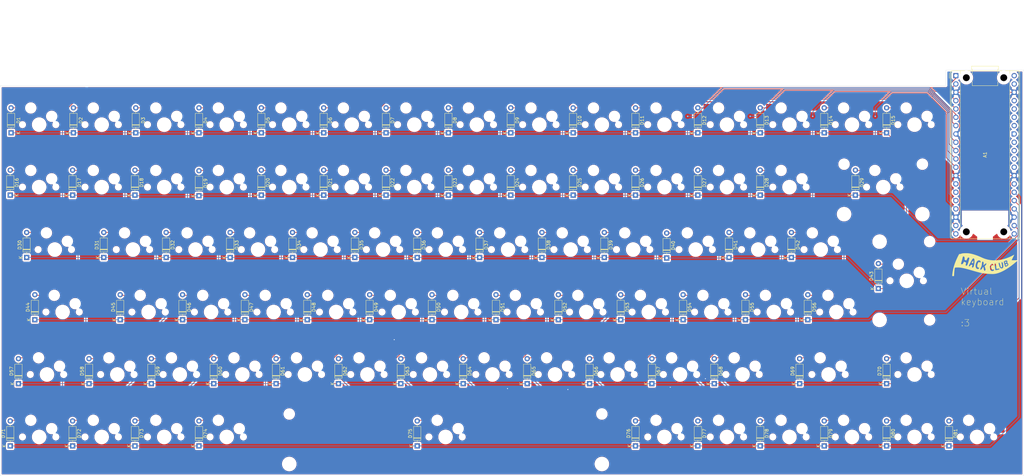
<source format=kicad_pcb>
(kicad_pcb (version 20241229) (generator "pcbnew") (generator_version "9.0")
  (layers (0 "F.Cu" signal) (2 "B.Cu" signal) (13 "F.Paste" user) (15 "B.Paste" user) (5 "F.SilkS" user "F.Silkscreen") (7 "B.SilkS" user "B.Silkscreen") (1 "F.Mask" user) (3 "B.Mask" user) (25 "Edge.Cuts" user))
  (net 0 "")
  (net 1 "Net-(A1-GPIO11)")
  (net 2 "Net-(A1-GPIO6)")
  (net 3 "Net-(A1-GPIO14)")
  (net 4 "Net-(A1-GPIO2)")
  (net 5 "Net-(A1-GPIO16)")
  (net 7 "Net-(A1-GPIO15)")
  (net 8 "Net-(A1-GPIO5)")
  (net 9 "Net-(A1-GPIO18)")
  (net 10 "Net-(A1-GPIO9)")
  (net 12 "Net-(A1-GPIO19)")
  (net 15 "Net-(A1-GPIO10)")
  (net 16 "Net-(A1-GPIO8)")
  (net 18 "Net-(A1-GPIO3)")
  (net 19 "Net-(A1-GPIO0)")
  (net 20 "Net-(A1-GPIO7)")
  (net 21 "Net-(A1-GPIO17)")
  (net 24 "Net-(A1-GPIO13)")
  (net 25 "Net-(A1-GPIO12)")
  (net 26 "Net-(A1-GPIO4)")
  (net 28 "Net-(A1-GPIO20)")
  (net 30 "Net-(A1-GPIO1)")
  (net 31 "Net-(D1-A)")
  (net 32 "Net-(D2-A)")
  (net 33 "Net-(D3-A)")
  (net 34 "Net-(D4-A)")
  (net 35 "Net-(D5-A)")
  (net 36 "Net-(D6-A)")
  (net 37 "Net-(D7-A)")
  (net 38 "Net-(D8-A)")
  (net 39 "Net-(D9-A)")
  (net 40 "Net-(D10-A)")
  (net 41 "Net-(D11-A)")
  (net 42 "Net-(D12-A)")
  (net 43 "Net-(D13-A)")
  (net 44 "Net-(D14-A)")
  (net 45 "Net-(D15-A)")
  (net 46 "Net-(D16-A)")
  (net 47 "Net-(D17-A)")
  (net 48 "Net-(D18-A)")
  (net 49 "Net-(D19-A)")
  (net 50 "Net-(D20-A)")
  (net 51 "Net-(D21-A)")
  (net 52 "Net-(D22-A)")
  (net 53 "Net-(D23-A)")
  (net 54 "Net-(D24-A)")
  (net 55 "Net-(D25-A)")
  (net 56 "Net-(D26-A)")
  (net 57 "Net-(D27-A)")
  (net 58 "Net-(D28-A)")
  (net 59 "Net-(D29-A)")
  (net 60 "Net-(D30-A)")
  (net 61 "Net-(D31-A)")
  (net 62 "Net-(D32-A)")
  (net 63 "Net-(D33-A)")
  (net 64 "Net-(D34-A)")
  (net 65 "Net-(D35-A)")
  (net 66 "Net-(D36-A)")
  (net 67 "Net-(D37-A)")
  (net 68 "Net-(D38-A)")
  (net 69 "Net-(D39-A)")
  (net 70 "Net-(D40-A)")
  (net 71 "Net-(D41-A)")
  (net 72 "Net-(D42-A)")
  (net 73 "Net-(D43-A)")
  (net 74 "Net-(D44-A)")
  (net 75 "Net-(D45-A)")
  (net 76 "Net-(D46-A)")
  (net 77 "Net-(D47-A)")
  (net 78 "Net-(D48-A)")
  (net 79 "Net-(D49-A)")
  (net 80 "Net-(D50-A)")
  (net 81 "Net-(D51-A)")
  (net 82 "Net-(D52-A)")
  (net 83 "Net-(D53-A)")
  (net 84 "Net-(D54-A)")
  (net 85 "Net-(D55-A)")
  (net 86 "Net-(D56-A)")
  (net 87 "Net-(D57-A)")
  (net 88 "Net-(D58-A)")
  (net 89 "Net-(D59-A)")
  (net 90 "Net-(D60-A)")
  (net 91 "Net-(D61-A)")
  (net 92 "Net-(D62-A)")
  (net 93 "Net-(D63-A)")
  (net 94 "Net-(D64-A)")
  (net 95 "Net-(D65-A)")
  (net 96 "Net-(D66-A)")
  (net 97 "Net-(D67-A)")
  (net 98 "Net-(D68-A)")
  (net 99 "Net-(D69-A)")
  (net 100 "Net-(D70-A)")
  (net 101 "Net-(D71-A)")
  (net 102 "Net-(D72-A)")
  (net 103 "Net-(D73-A)")
  (net 104 "Net-(D74-A)")
  (net 105 "Net-(D75-A)")
  (net 106 "Net-(D76-A)")
  (net 107 "Net-(D77-A)")
  (net 108 "GND")
  (net 109 "GNDA")
  (net 110 "+3V3")
  (net 111 "VBUS")
  (net 112 "Net-(D78-A)")
  (net 113 "Net-(D79-A)")
  (net 114 "Net-(D80-A)")
  (net 115 "Net-(D81-A)")
  (footprint "MX_HOTSWAP:MX-Hotswap-1U" (layer "F.Cu") (at 176.2125 23.8125)
    (property "Reference" "SW9")
    (property "Value" "SW_Push")
  )
  (footprint "MX_HOTSWAP:MX-Hotswap-ISO" (layer "F.Cu") (at 288.13125 71.4375)
    (property "Reference" "SW43")
    (property "Value" "SW_Push")
  )
  (footprint "MX_HOTSWAP:MX-Hotswap-1.75U" (layer "F.Cu") (at 264.31875 100.0125)
    (property "Reference" "SW69")
    (property "Value" "SW_Push")
  )
  (footprint "MX_HOTSWAP:MX-Hotswap-1U" (layer "F.Cu") (at 266.7 80.9625)
    (property "Reference" "SW56")
    (property "Value" "SW_Push")
  )
  (footprint "Diode_THT:D_DO-35_SOD27_P7.62mm_Horizontal" (layer "F.Cu") (at 177 64.31 90)
    (property "Reference" "D38")
    (property "Value" "D")
  )
  (footprint "Diode_THT:D_DO-35_SOD27_P7.62mm_Horizontal" (layer "F.Cu") (at 148.5 45.31 90)
    (property "Reference" "D23")
    (property "Value" "D")
  )
  (footprint "MX_HOTSWAP:MX-Hotswap-1U" (layer "F.Cu") (at 138.1125 42.8625)
    (property "Reference" "SW22")
    (property "Value" "SW_Push")
  )
  (footprint "Diode_THT:D_DO-35_SOD27_P7.62mm_Horizontal" (layer "F.Cu") (at 72.5 26.31 90)
    (property "Reference" "D4")
    (property "Value" "D")
  )
  (footprint "Diode_THT:D_DO-35_SOD27_P7.62mm_Horizontal" (layer "F.Cu") (at 96 102.81 90)
    (property "Reference" "D61")
    (property "Value" "D")
  )
  (footprint "Diode_THT:D_DO-35_SOD27_P7.62mm_Horizontal" (layer "F.Cu") (at 220 83.31 90)
    (property "Reference" "D54")
    (property "Value" "D")
  )
  (footprint "Diode_THT:D_DO-35_SOD27_P7.62mm_Horizontal" (layer "F.Cu") (at 167.5 26.31 90)
    (property "Reference" "D9")
    (property "Value" "D")
  )
  (footprint "MX_HOTSWAP:MX-Hotswap-1U" (layer "F.Cu") (at 209.55 80.9625)
    (property "Reference" "SW53")
    (property "Value" "SW_Push")
  )
  (footprint "Diode_THT:D_DO-35_SOD27_P7.62mm_Horizontal" (layer "F.Cu") (at 72.5 121.81 90)
    (property "Reference" "D74")
    (property "Value" "D")
  )
  (footprint "MX_HOTSWAP:MX-Hotswap-6U" (layer "F.Cu") (at 147.6375 119.0625)
    (property "Reference" "SW75")
    (property "Value" "SW_Push")
  )
  (footprint "Diode_THT:D_DO-35_SOD27_P7.62mm_Horizontal" (layer "F.Cu") (at 210.5 102.81 90)
    (property "Reference" "D67")
    (property "Value" "D")
  )
  (footprint "Diode_THT:D_DO-35_SOD27_P7.62mm_Horizontal" (layer "F.Cu") (at 139 121.81 90)
    (property "Reference" "D75")
    (property "Value" "D")
  )
  (footprint "Diode_THT:D_DO-35_SOD27_P7.62mm_Horizontal" (layer "F.Cu") (at 201 83.31 90)
    (property "Reference" "D53")
    (property "Value" "D")
  )
  (footprint "MX_HOTSWAP:MX-Hotswap-1U" (layer "F.Cu") (at 80.9625 42.8625)
    (property "Reference" "SW19")
    (property "Value" "SW_Push")
  )
  (footprint "MX_HOTSWAP:MX-Hotswap-1U" (layer "F.Cu") (at 61.9125 23.8125)
    (property "Reference" "SW3")
    (property "Value" "SW_Push")
  )
  (footprint "Diode_THT:D_DO-35_SOD27_P7.62mm_Horizontal" (layer "F.Cu") (at 186.5 45.31 90)
    (property "Reference" "D25")
    (property "Value" "D")
  )
  (footprint "Diode_THT:D_DO-35_SOD27_P7.62mm_Horizontal" (layer "F.Cu") (at 163 83.31 90)
    (property "Reference" "D51")
    (property "Value" "D")
  )
  (footprint "Diode_THT:D_DO-35_SOD27_P7.62mm_Horizontal" (layer "F.Cu") (at 134 102.81 90)
    (property "Reference" "D63")
    (property "Value" "D")
  )
  (footprint "MX_HOTSWAP:MX-Hotswap-1U" (layer "F.Cu") (at 80.9625 119.0625)
    (property "Reference" "SW74")
    (property "Value" "SW_Push")
  )
  (footprint "Diode_THT:D_DO-35_SOD27_P7.62mm_Horizontal" (layer "F.Cu") (at 258 83.31 90)
    (property "Reference" "D56")
    (property "Value" "D")
  )
  (footprint "Diode_THT:D_DO-35_SOD27_P7.62mm_Horizontal" (layer "F.Cu") (at 253 64.31 90)
    (property "Reference" "D42")
    (property "Value" "D")
  )
  (footprint "MX_HOTSWAP:MX-Hotswap-1U" (layer "F.Cu") (at 109.5375 61.9125)
    (property "Reference" "SW34")
    (property "Value" "SW_Push")
  )
  (footprint "MX_HOTSWAP:MX-Hotswap-1U" (layer "F.Cu") (at 161.925 100.0125)
    (property "Reference" "SW64")
    (property "Value" "SW_Push")
  )
  (footprint "Diode_THT:D_DO-35_SOD27_P7.62mm_Horizontal" (layer "F.Cu") (at 167.5 45.31 90)
    (property "Reference" "D24")
    (property "Value" "D")
  )
  (footprint "MX_HOTSWAP:MX-Hotswap-1U" (layer "F.Cu") (at 61.9125 42.8625)
    (property "Reference" "SW18")
    (property "Value" "SW_Push")
  )
  (footprint "MX_HOTSWAP:MX-Hotswap-1U" (layer "F.Cu") (at 71.4375 61.9125)
    (property "Reference" "SW32")
    (property "Value" "SW_Push")
  )
  (footprint "MX_HOTSWAP:MX-Hotswap-1U" (layer "F.Cu") (at 42.8625 42.8625)
    (property "Reference" "SW17")
    (property "Value" "SW_Push")
  )
  (footprint "MX_HOTSWAP:MX-Hotswap-1U" (layer "F.Cu") (at 119.0625 23.8125)
    (property "Reference" "SW6")
    (property "Value" "SW_Push")
  )
  (footprint "Diode_THT:D_DO-35_SOD27_P7.62mm_Horizontal" (layer "F.Cu") (at 215 64.5 90)
    (property "Reference" "D40")
    (property "Value" "D")
  )
  (footprint "MX_HOTSWAP:MX-Hotswap-1U" (layer "F.Cu") (at 90.4875 61.9125)
    (property "Reference" "SW33")
    (property "Value" "SW_Push")
  )
  (footprint "MX_HOTSWAP:MX-Hotswap-1U" (layer "F.Cu") (at 233.3625 42.8625)
    (property "Reference" "SW27")
    (property "Value" "SW_Push")
  )
  (footprint "MX_HOTSWAP:MX-Hotswap-1U" (layer "F.Cu") (at 23.8125 42.8625)
    (property "Reference" "SW16")
    (property "Value" "SW_Push")
  )
  (footprint "MX_HOTSWAP:MX-Hotswap-1U" (layer "F.Cu") (at 76.2 80.9625)
    (property "Reference" "SW46")
    (property "Value" "SW_Push")
  )
  (footprint "MX_HOTSWAP:MX-Hotswap-1U" (layer "F.Cu") (at 219.075 100.0125)
    (property "Reference" "SW67")
    (property "Value" "SW_Push")
  )
  (footprint "Diode_THT:D_DO-35_SOD27_P7.62mm_Horizontal" (layer "F.Cu") (at 22.5 83.31 90)
    (property "Reference" "D44")
    (property "Value" "D")
  )
  (footprint "MX_HOTSWAP:MX-Hotswap-1U" (layer "F.Cu") (at 66.675 100.0125)
    (property "Reference" "SW59")
    (property "Value" "SW_Push")
  )
  (footprint "Diode_THT:D_DO-35_SOD27_P7.62mm_Horizontal" (layer "F.Cu") (at 234 64.31 90)
    (property "Reference" "D41")
    (property "Value" "D")
  )
  (footprint "Diode_THT:D_DO-35_SOD27_P7.62mm_Horizontal" (layer "F.Cu") (at 91.5 45.31 90)
    (property "Reference" "D20")
    (property "Value" "D")
  )
  (footprint "Diode_THT:D_DO-35_SOD27_P7.62mm_Horizontal" (layer "F.Cu") (at 124.5 83.31 90)
    (property "Reference" "D49")
    (property "Value" "D")
  )
  (footprint "MX_HOTSWAP:MX-Hotswap-1U" (layer "F.Cu") (at 128.5875 61.9125)
    (property "Reference" "SW35")
    (property "Value" "SW_Push")
  )
  (footprint "Diode_THT:D_DO-35_SOD27_P7.62mm_Horizontal" (layer "F.Cu") (at 34 45.31 90)
    (property "Reference" "D17")
    (property "Value" "D")
  )
  (footprint "Diode_THT:D_DO-35_SOD27_P7.62mm_Horizontal" (layer "F.Cu") (at 186.5 26.31 90)
    (property "Reference" "D10")
    (property "Value" "D")
  )
  (footprint "Diode_THT:D_DO-35_SOD27_P7.62mm_Horizontal" (layer "F.Cu") (at 15.25 26.31 90)
    (property "Reference" "D1")
    (property "Value" "D")
  )
  (footprint "Diode_THT:D_DO-35_SOD27_P7.62mm_Horizontal" (layer "F.Cu") (at 120 64.31 90)
    (property "Reference" "D35")
    (property "Value" "D")
  )
  (footprint "MX_HOTSWAP:MX-Hotswap-1U" (layer "F.Cu") (at 309.5625 119.0625)
    (property "Reference" "SW81")
    (property "Value" "SW_Push")
  )
  (footprint "Diode_THT:D_DO-35_SOD27_P7.62mm_Horizontal" (layer "F.Cu") (at 72.5 45.5 90)
    (property "Reference" "D19")
    (property "Value" "D")
  )
  (footprint "Diode_THT:D_DO-35_SOD27_P7.62mm_Horizontal" (layer "F.Cu") (at 182 83.31 90)
    (property "Reference" "D52")
    (property "Value" "D")
  )
  (footprint "Diode_THT:D_DO-35_SOD27_P7.62mm_Horizontal" (layer "F.Cu") (at 255.5 102.81 90)
    (property "Reference" "D69")
    (property "Value" "D")
  )
  (footprint "MX_HOTSWAP:MX-Hotswap-1U" (layer "F.Cu") (at 42.8625 119.0625)
    (property "Reference" "SW72")
    (property "Value" "SW_Push")
  )
  (footprint "MX_HOTSWAP:MX-Hotswap-1U" (layer "F.Cu") (at 290.5125 23.8125)
    (property "Reference" "SW15")
    (property "Value" "SW_Push")
  )
  (footprint "Diode_THT:D_DO-35_SOD27_P7.62mm_Horizontal" (layer "F.Cu") (at 205.5 45.31 90)
    (property "Reference" "D26")
    (property "Value" "D")
  )
  (footprint "MX_HOTSWAP:MX-Hotswap-1U" (layer "F.Cu") (at 57.15 80.9625)
    (property "Reference" "SW45")
    (property "Value" "SW_Push")
  )
  (footprint "MX_HOTSWAP:MX-Hotswap-1U" (layer "F.Cu") (at 271.4625 119.0625)
    (property "Reference" "SW79")
    (property "Value" "SW_Push")
  )
  (footprint "Diode_THT:D_DO-35_SOD27_P7.62mm_Horizontal" (layer "F.Cu") (at 129.5 26.31 90)
    (property "Reference" "D7")
    (property "Value" "D")
  )
  (footprint "MX_HOTSWAP:MX-Hotswap-1U" (layer "F.Cu") (at 157.1625 42.8625)
    (property "Reference" "SW23")
    (property "Value" "SW_Push")
  )
  (footprint "MX_HOTSWAP:MX-Hotswap-1U" (layer "F.Cu") (at 214.3125 119.0625)
    (property "Reference" "SW76")
    (property "Value" "SW_Push")
  )
  (footprint "Diode_THT:D_DO-35_SOD27_P7.62mm_Horizontal" (layer "F.Cu") (at 62.5 64.31 90)
    (property "Reference" "D32")
    (property "Value" "D")
  )
  (footprint "MX_HOTSWAP:MX-Hotswap-1U" (layer "F.Cu") (at 180.975 100.0125)
    (property "Reference" "SW65")
    (property "Value" "SW_Push")
  )
  (footprint "Diode_THT:D_DO-35_SOD27_P7.62mm_Horizontal" (layer "F.Cu") (at 77 102.81 90)
    (property "Reference" "D60")
    (property "Value" "D")
  )
  (footprint "Diode_THT:D_DO-35_SOD27_P7.62mm_Horizontal" (layer "F.Cu") (at 86.5 83.31 90)
    (property "Reference" "D47")
    (property "Value" "D")
  )
  (footprint "Diode_THT:D_DO-35_SOD27_P7.62mm_Horizontal" (layer "F.Cu") (at 224.5 26.31 90)
    (property "Reference" "D12")
    (property "Value" "D")
  )
  (footprint "Diode_THT:D_DO-35_SOD27_P7.62mm_Horizontal" (layer "F.Cu") (at 105.5 83.31 90)
    (property "Reference" "D48")
    (property "Value" "D")
  )
  (footprint "MX_HOTSWAP:MX-Hotswap-1U" (layer "F.Cu") (at 142.875 100.0125)
    (property "Reference" "SW63")
    (property "Value" "SW_Push")
  )
  (footprint "MX_HOTSWAP:MX-Hotswap-1U" (layer "F.Cu") (at 214.3125 42.8625)
    (property "Reference" "SW26")
    (property "Value" "SW_Push")
  )
  (footprint "MX_HOTSWAP:MX-Hotswap-1U" (layer "F.Cu") (at 200.025 100.0125)
    (property "Reference" "SW66")
    (property "Value" "SW_Push")
  )
  (footprint "Diode_THT:D_DO-35_SOD27_P7.62mm_Horizontal" (layer "F.Cu") (at 148.5 26.31 90)
    (property "Reference" "D8")
    (property "Value" "D")
  )
  (footprint "MX_HOTSWAP:MX-Hotswap-1U" (layer "F.Cu") (at 290.5125 100.0125)
    (property "Reference" "SW70")
    (property "Value" "SW_Push")
  )
  (footprint "MX_HOTSWAP:MX-Hotswap-1U" (layer "F.Cu") (at 190.5 80.9625)
    (property "Reference" "SW52")
    (property "Value" "SW_Push")
  )
  (footprint "MX_HOTSWAP:MX-Hotswap-2U" (layer "F.Cu") (at 280.9875 42.8625)
    (property "Reference" "SW29")
    (property "Value" "SW_Push")
  )
  (footprint "Diode_THT:D_DO-35_SOD27_P7.62mm_Horizontal" (layer "F.Cu") (at 53.25 26.31 90)
    (property "Reference" "D3")
    (property "Value" "D")
  )
  (footprint "Diode_THT:D_DO-35_SOD27_P7.62mm_Horizontal" (layer "F.Cu") (at 243.5 121.81 90)
    (property "Reference" "D78")
    (property "Value" "D")
  )
  (footprint "Diode_THT:D_DO-35_SOD27_P7.62mm_Horizontal" (layer "F.Cu") (at 205.5 121.81 90)
    (property "Reference" "D76")
    (property "Value" "D")
  )
  (footprint "MX_HOTSWAP:MX-Hotswap-1U" (layer "F.Cu") (at 171.45 80.9625)
    (property "Reference" "SW51")
    (property "Value" "SW_Push")
  )
  (footprint "Diode_THT:D_DO-35_SOD27_P7.62mm_Horizontal" (layer "F.Cu") (at 43.5 64.31 90)
    (property "Reference" "D31")
    (property "Value" "D")
  )
  (footprint "MX_HOTSWAP:MX-Hotswap-1U" (layer "F.Cu") (at 104.775 100.0125)
    (property "Reference" "SW61")
    (property "Value" "SW_Push")
  )
  (footprint "Diode_THT:D_DO-35_SOD27_P7.62mm_Horizontal" (layer "F.Cu") (at 172.5 102.81 90)
    (property "Reference" "D65")
    (property "Value" "D")
  )
  (footprint "MX_HOTSWAP:MX-Hotswap-1.75U" (layer "F.Cu") (at 30.95625 80.9625)
    (property "Reference" "SW44")
    (property "Value" "SW_Push")
  )
  (footprint "MX_HOTSWAP:MX-Hotswap-1U" (layer "F.Cu") (at 138.1125 23.8125)
    (property "Reference" "SW7")
    (property "Value" "SW_Push")
  )
  (footprint "MX_HOTSWAP:MX-Hotswap-1U" (layer "F.Cu") (at 100.0125 42.8625)
    (property "Reference" "SW20")
    (property "Value" "SW_Push")
  )
  (footprint "Diode_THT:D_DO-35_SOD27_P7.62mm_Horizontal" (layer "F.Cu") (at 53 121.81 90)
    (property "Reference" "D73")
    (property "Value" "D")
  )
  (footprint "MX_HOTSWAP:MX-Hotswap-1U" (layer "F.Cu") (at 133.35 80.9625)
    (property "Reference" "SW49")
    (property "Value" "SW_Push")
  )
  (footprint "Diode_THT:D_DO-35_SOD27_P7.62mm_Horizontal" (layer "F.Cu") (at 110.5 45.31 90)
    (property "Reference" "D21")
    (property "Value" "D")
  )
  (footprint "Diode_THT:D_DO-35_SOD27_P7.62mm_Horizontal" (layer "F.Cu") (at 34.25 26.31 90)
    (property "Reference" "D2")
    (property "Value" "D")
  )
  (footprint "Diode_THT:D_DO-35_SOD27_P7.62mm_Horizontal" (layer "F.Cu") (at 91.5 26.31 90)
    (property "Reference" "D5")
    (property "Value" "D")
  )
  (footprint "Diode_THT:D_DO-35_SOD27_P7.62mm_Horizontal" (layer "F.Cu") (at 196 64.31 90)
    (property "Reference" "D39")
    (property "Value" "D")
  )
  (footprint "MX_HOTSWAP:MX-Hotswap-1U" (layer "F.Cu") (at 157.1625 23.8125)
    (property "Reference" "SW8")
    (property "Value" "SW_Push")
  )
  (footprint "Diode_THT:D_DO-35_SOD27_P7.62mm_Horizontal" (layer "F.Cu") (at 205.5 26.31 90)
    (property "Reference" "D11")
    (property "Value" "D")
  )
  (footprint "MX_HOTSWAP:MX-Hotswap-1U" (layer "F.Cu") (at 152.4 80.9625)
    (property "Reference" "SW50")
    (property "Value" "SW_Push")
  )
  (footprint "MX_HOTSWAP:MX-Hotswap-1U" (layer "F.Cu") (at 100.0125 23.8125)
    (property "Reference" "SW5")
    (property "Value" "SW_Push")
  )
  (footprint "MX_HOTSWAP:MX-Hotswap-1U" (layer "F.Cu") (at 223.8375 61.9125)
    (property "Reference" "SW40")
    (property "Value" "SW_Push")
  )
  (footprint "MX_HOTSWAP:MX-Hotswap-1U" (layer "F.Cu") (at 95.25 80.9625)
    (property "Reference" "SW47")
    (property "Value" "SW_Push")
  )
  (footprint "MX_HOTSWAP:MX-Hotswap-1U" (layer "F.Cu") (at 242.8875 61.9125)
    (property "Reference" "SW41")
    (property "Value" "SW_Push")
  )
  (footprint "Diode_THT:D_DO-35_SOD27_P7.62mm_Horizontal" (layer "F.Cu") (at 263 26.31 90)
    (property "Reference" "D14")
    (property "Value" "D")
  )
  (footprint "MX_HOTSWAP:MX-Hotswap-1U" (layer "F.Cu") (at 123.825 100.0125)
    (property "Reference" "SW62")
    (property "Value" "SW_Push")
  )
  (footprint "MX_HOTSWAP:MX-Hotswap-1U" (layer "F.Cu") (at 195.2625 42.8625)
    (property "Reference" "SW25")
    (property "Value" "SW_Push")
  )
  (footprint "MX_HOTSWAP:MX-Hotswap-1U" (layer "F.Cu") (at 42.8625 23.8125)
    (property "Reference" "SW2")
    (property "Value" "SW_Push")
  )
  (footprint "MX_HOTSWAP:MX-Hotswap-1U" (layer "F.Cu") (at 290.5125 119.0625)
    (property "Reference" "SW80")
    (property "Value" "SW_Push")
  )
  (footprint "Diode_THT:D_DO-35_SOD27_P7.62mm_Horizontal" (layer "F.Cu") (at 191.5 102.81 90)
    (property "Reference" "D66")
    (property "Value" "D")
  )
  (footprint "LOGO" (layer "F.Cu") (at 312 66.5)
    (property "Reference" "G***" (hide yes))
    (property "Value" "LOGO" (hide yes))
  )
  (footprint "Diode_THT:D_DO-35_SOD27_P7.62mm_Horizontal" (layer "F.Cu") (at 282 26.31 90)
    (property "Reference" "D15")
    (property "Value" "D")
  )
  (footprint "Diode_THT:D_DO-35_SOD27_P7.62mm_Horizontal" (layer "F.Cu") (at 229.5 102.81 90)
    (property "Reference" "D68")
    (property "Value" "D")
  )
  (footprint "MX_HOTSWAP:MX-Hotswap-1U" (layer "F.Cu") (at 261.9375 61.9125)
    (property "Reference" "SW42")
    (property "Value" "SW_Push")
  )
  (footprint "MX_HOTSWAP:MX-Hotswap-1U" (layer "F.Cu") (at 23.8125 23.8125)
    (property "Reference" "SW1")
    (property "Value" "SW_Push")
  )
  (footprint "MX_HOTSWAP:MX-Hotswap-1U" (layer "F.Cu") (at 271.4625 23.8125)
    (property "Reference" "SW14")
    (property "Value" "SW_Push")
  )
  (footprint "Diode_THT:D_DO-35_SOD27_P7.62mm_Horizontal" (layer "F.Cu") (at 48.5 83.31 90)
    (property "Reference" "D45")
    (property "Value" "D")
  )
  (footprint "Diode_THT:D_DO-35_SOD27_P7.62mm_Horizontal" (layer "F.Cu") (at 239 83.31 90)
    (property "Reference" "D55")
    (property "Value" "D")
  )
  (footprint "Diode_THT:D_DO-35_SOD27_P7.62mm_Horizontal" (layer "F.Cu") (at 282 102.81 90)
    (property "Reference" "D70")
    (property "Value" "D" (hide yes))
  )
  (footprint "Diode_THT:D_DO-35_SOD27_P7.62mm_Horizontal" (layer "F.Cu") (at 263 121.81 90)
    (property "Reference" "D79")
    (property "Value" "D")
  )
  (footprint "PICO:RaspberryPi_Pico_Common_THT_MountingHoles" (layer "F.Cu") (at 312 33)
    (property "Reference" "A1")
    (property "Value" "RaspberryPi_Pico")
  )
  (footprint "Diode_THT:D_DO-35_SOD27_P7.62mm_Horizontal" (layer "F.Cu") (at 279.5 73.81 90)
    (property "Reference" "D43")
    (property "Value" "D")
  )
  (footprint "MX_HOTSWAP:MX-Hotswap-1.5U" (layer "F.Cu") (at 28.575 61.9125)
    (property "Reference" "SW30")
    (property "Value" "SW_Push")
  )
  (footprint "MX_HOTSWAP:MX-Hotswap-1U" (layer "F.Cu") (at 252.4125 42.8625)
    (property "Reference" "SW28")
    (property "Value" "SW_Push")
  )
  (footprint "Diode_THT:D_DO-35_SOD27_P7.62mm_Horizontal" (layer "F.Cu") (at 224.5 121.81 90)
    (property "Reference" "D77")
    (property "Value" "D")
  )
  (footprint "Diode_THT:D_DO-35_SOD27_P7.62mm_Horizontal" (layer "F.Cu") (at 15 45.31 90)
    (property "Reference" "D16")
    (property "Value" "D")
  )
  (footprint "MX_HOTSWAP:MX-Hotswap-1U" (layer "F.Cu") (at 238.125 100.0125)
    (property "Reference" "SW68")
    (property "Value" "SW_Push")
  )
  (footprint "Diode_THT:D_DO-35_SOD27_P7.62mm_Horizontal" (layer "F.Cu") (at 143.5 83.31 90)
    (property "Reference" "D50")
    (property "Value" "D")
  )
  (footprint "Diode_THT:D_DO-35_SOD27_P7.62mm_Horizontal" (layer "F.Cu") (at 17.5 102.81 90)
    (property "Reference" "D57")
    (property "Value" "D")
  )
  (footprint "MX_HOTSWAP:MX-Hotswap-1U" (layer "F.Cu") (at 195.2625 23.8125)
    (property "Reference" "SW10")
    (property "Value" "SW_Push")
  )
  (footprint "MX_HOTSWAP:MX-Hotswap-1U" (layer "F.Cu") (at 52.3875 61.9125)
    (property "Reference" "SW31")
    (property "Value" "SW_Push")
  )
  (footprint "Diode_THT:D_DO-35_SOD27_P7.62mm_Horizontal" (layer "F.Cu") (at 282 121.81 90)
    (property "Reference" "D80")
    (property "Value" "D")
  )
  (footprint "Diode_THT:D_DO-35_SOD27_P7.62mm_Horizontal" (layer "F.Cu") (at 158 64.31 90)
    (property "Reference" "D37")
    (property "Value" "D")
  )
  (footprint "Diode_THT:D_DO-35_SOD27_P7.62mm_Horizontal" (layer "F.Cu") (at 15 121.81 90)
    (property "Reference" "D71")
    (property "Value" "D")
  )
  (footprint "MX_HOTSWAP:MX-Hotswap-1U" (layer "F.Cu") (at 252.4125 23.8125)
    (property "Reference" "SW13")
    (property "Value" "SW_Push")
  )
  (footprint "Diode_THT:D_DO-35_SOD27_P7.62mm_Horizontal" (layer "F.Cu") (at 101 64.31 90)
    (property "Reference" "D34")
    (property "Value" "D")
  )
  (footprint "MX_HOTSWAP:MX-Hotswap-1U" (layer "F.Cu") (at 204.7875 61.9125)
    (property "Reference" "SW39")
    (property "Value" "SW_Push")
  )
  (footprint "MX_HOTSWAP:MX-Hotswap-1U" (layer "F.Cu") (at 114.3 80.9625)
    (property "Reference" "SW48")
    (property "Value" "SW_Push")
  )
  (footprint "MX_HOTSWAP:MX-Hotswap-1U" (layer "F.Cu") (at 214.3125 23.8125)
    (property "Reference" "SW11")
    (property "Value" "SW_Push")
  )
  (footprint "MX_HOTSWAP:MX-Hotswap-1.25U" (layer "F.Cu") (at 26.19375 100.0125)
    (property "Reference" "SW57")
    (property "Value" "SW_Push")
  )
  (footprint "Diode_THT:D_DO-35_SOD27_P7.62mm_Horizontal" (layer "F.Cu") (at 110.5 26.31 90)
    (property "Reference" "D6")
    (property "Value" "D")
  )
  (footprint "Diode_THT:D_DO-35_SOD27_P7.62mm_Horizontal" (layer "F.Cu") (at 58 102.81 90)
    (property "Reference" "D59")
    (property "Value" "D")
  )
  (footprint "Diode_THT:D_DO-35_SOD27_P7.62mm_Horizontal" (layer "F.Cu") (at 301 121.81 90)
    (property "Reference" "D81")
    (property "Value" "D")
  )
  (footprint "MX_HOTSWAP:MX-Hotswap-1U" (layer "F.Cu") (at 247.65 80.9625)
    (property "Reference" "SW55")
    (property "Value" "SW_Push")
  )
  (footprint "MX_HOTSWAP:MX-Hotswap-1U" (layer "F.Cu") (at 233.3625 23.8125)
    (property "Reference" "SW12")
    (property "Value" "SW_Push")
  )
  (footprint "MX_HOTSWAP:MX-Hotswap-1U" (layer "F.Cu") (at 147.69625 61.9125)
    (property "Reference" "SW36")
    (property "Value" "SW_Push")
  )
  (footprint "MX_HOTSWAP:MX-Hotswap-1U" (layer "F.Cu") (at 80.9625 23.8125)
    (property "Reference" "SW4")
    (property "Value" "SW_Push")
  )
  (footprint "MX_HOTSWAP:MX-Hotswap-1U" (layer "F.Cu") (at 252.4125 119.0625)
    (property "Reference" "SW78")
    (property "Value" "SW_Push")
  )
  (footprint "Diode_THT:D_DO-35_SOD27_P7.62mm_Horizontal" (layer "F.Cu") (at 243.5 26.31 90)
    (property "Reference" "D13")
    (property "Value" "D")
  )
  (footprint "Diode_THT:D_DO-35_SOD27_P7.62mm_Horizontal" (layer "F.Cu") (at 82 64.31 90)
    (property "Reference" "D33")
    (property "Value" "D")
  )
  (footprint "MX_HOTSWAP:MX-Hotswap-1U" (layer "F.Cu") (at 233.3625 119.0625)
    (property "Reference" "SW77")
    (property "Value" "SW_Push")
  )
  (footprint "MX_HOTSWAP:MX-Hotswap-1U" (layer "F.Cu") (at 228.6 80.9625)
    (property "Reference" "SW54")
    (property "Value" "SW_Push")
  )
  (footprint "Diode_THT:D_DO-35_SOD27_P7.62mm_Horizontal" (layer "F.Cu") (at 272.5 45.31 90)
    (property "Reference" "D29")
    (property "Value" "D")
  )
  (footprint "Diode_THT:D_DO-35_SOD27_P7.62mm_Horizontal" (layer "F.Cu") (at 67.5 83.31 90)
    (property "Reference" "D46")
    (property "Value" "D")
  )
  (footprint "Diode_THT:D_DO-35_SOD27_P7.62mm_Horizontal" (layer "F.Cu") (at 139 64.31 90)
    (property "Reference" "D36")
    (property "Value" "D")
  )
  (footprint "Diode_THT:D_DO-35_SOD27_P7.62mm_Horizontal" (layer "F.Cu") (at 53 45.31 90)
    (property "Reference" "D18")
    (property "Value" "D")
  )
  (footprint "Diode_THT:D_DO-35_SOD27_P7.62mm_Horizontal" (layer "F.Cu") (at 115 102.81 90)
    (property "Reference" "D62")
    (property "Value" "D")
  )
  (footprint "Diode_THT:D_DO-35_SOD27_P7.62mm_Horizontal" (layer "F.Cu") (at 20 64.31 90)
    (property "Reference" "D30")
    (property "Value" "D")
  )
  (footprint "Diode_THT:D_DO-35_SOD27_P7.62mm_Horizontal" (layer "F.Cu") (at 34 121.81 90)
    (property "Reference" "D72")
    (property "Value" "D")
  )
  (footprint "MX_HOTSWAP:MX-Hotswap-1U" (layer "F.Cu") (at 85.725 100.0125)
    (property "Reference" "SW60")
    (property "Value" "SW_Push")
  )
  (footprint "MX_HOTSWAP:MX-Hotswap-1U" (layer "F.Cu") (at 119.0625 42.8625)
    (property "Reference" "SW21")
    (property "Value" "SW_Push")
  )
  (footprint "Diode_THT:D_DO-35_SOD27_P7.62mm_Horizontal" (layer "F.Cu") (at 129.5 45.31 90)
    (property "Reference" "D22")
    (property "Value" "D")
  )
  (footprint "MX_HOTSWAP:MX-Hotswap-1U" (layer "F.Cu") (at 185.7375 61.9125)
    (property "Reference" "SW38")
    (property "Value" "SW_Push")
  )
  (footprint "MX_HOTSWAP:MX-Hotswap-1U" (layer "F.Cu") (at 47.625 100.0125)
    (property "Reference" "SW58")
    (property "Value" "SW_Push")
  )
  (footprint "MX_HOTSWAP:MX-Hotswap-1U" (layer "F.Cu") (at 166.6875 61.9125)
    (property "Reference" "SW37")
    (property "Value" "SW_Push")
  )
  (footprint "Diode_THT:D_DO-35_SOD27_P7.62mm_Horizontal" (layer "F.Cu") (at 153 102.81 90)
    (property "Reference" "D64")
    (property "Value" "D")
  )
  (footprint "MX_HOTSWAP:MX-Hotswap-1U" (layer "F.Cu") (at 176.2125 42.8625)
    (property "Reference" "SW24")
    (property "Value" "SW_Push")
  )
  (footprint "Diode_THT:D_DO-35_SOD27_P7.62mm_Horizontal" (layer "F.Cu") (at 243.5 45.31 90)
    (property "Reference" "D28")
    (property "Value" "D")
  )
  (footprint "Diode_THT:D_DO-35_SOD27_P7.62mm_Horizontal" (layer "F.Cu") (at 39 102.81 90)
    (property "Reference" "D58")
    (property "Value" "D")
  )
  (footprint "MX_HOTSWAP:MX-Hotswap-1U" (layer "F.Cu") (at 23.8125 119.0625)
    (property "Reference" "SW71")
    (property "Value" "SW_Push")
  )
  (footprint "MX_HOTSWAP:MX-Hotswap-1U" (layer "F.Cu") (at 61.9125 119.0625)
    (property "Reference" "SW73")
    (property "Value" "SW_Push")
  )
  (footprint "Diode_THT:D_DO-35_SOD27_P7.62mm_Horizontal" (layer "F.Cu") (at 224.5 45.31 90)
    (property "Reference" "D27")
    (property "Value" "D")
  )
  (gr_poly (pts (xy 323.85 130.96875) (xy 11.90625 130.96875) (xy 11.90625 11.90625) (xy 300.0375 11.90625) (xy 300.0375 7.14375) (xy 323.85 7.14375)) (stroke (width 0.05)) (fill no) (layer "Edge.Cuts"))
  (gr_text "Virtual\nkeyboard\n\n:3" (at 304.5 85.5 0) (layer "F.SilkS") (effects (font (size 2 2) (thickness 0.1)) (justify left bottom)))
  (segment (start 249.9725 59.3725) (end 249.9725 74.317291) (width 0.2) (layer "F.Cu") (net 1))
  (segment (start 240.4475 49.8475) (end 249.9725 59.3725) (width 0.2) (layer "F.Cu") (net 1))
  (segment (start 254.735 87.9475) (end 245.21 97.4725) (width 0.2) (layer "F.Cu") (net 1))
  (segment (start 254.735 78.4225) (end 254.735 87.9475) (width 0.2) (layer "F.Cu") (net 1))
  (segment (start 240.4475 21.2725) (end 240.4475 40.3225) (width 0.2) (layer "F.Cu") (net 1))
  (segment (start 240.4475 40.3225) (end 240.4475 49.8475) (width 0.2) (layer "F.Cu") (net 1))
  (segment (start 249.9725 74.317291) (end 254.077709 78.4225) (width 0.2) (layer "F.Cu") (net 1))
  (segment (start 254.077709 78.4225) (end 254.735 78.4225) (width 0.2) (layer "F.Cu") (net 1))
  (segment (start 249.9725 58.1225) (end 249.9725 59.3725) (width 0.2) (layer "F.Cu") (net 1))
  (via (at 240.4475 21.2725) (size 0.6) (drill 0.3) (layers "F.Cu" "B.Cu") (net 1))
  (segment (start 294.9339 12.90825) (end 250.8388 12.90825) (width 0.2) (layer "B.Cu") (net 1))
  (segment (start 303.11 44.43) (end 301.4 42.72) (width 0.2) (layer "B.Cu") (net 1))
  (segment (start 250.8388 12.90825) (end 242.47455 21.2725) (width 0.2) (layer "B.Cu") (net 1))
  (segment (start 301.4 42.72) (end 301.4 19.37435) (width 0.2) (layer "B.Cu") (net 1))
  (segment (start 301.4 19.37435) (end 294.9339 12.90825) (width 0.2) (layer "B.Cu") (net 1))
  (segment (start 242.47455 21.2725) (end 240.4475 21.2725) (width 0.2) (layer "B.Cu") (net 1))
  (segment (start 149.96 97.4725) (end 159.4875 107) (width 0.2) (layer "F.Cu") (net 2))
  (segment (start 301.5 27.58) (end 301.5 20.21083) (width 0.2) (layer "F.Cu") (net 2))
  (segment (start 154.78125 59.3725) (end 154.78125 73.71875) (width 0.2) (layer "F.Cu") (net 2))
  (segment (start 150.08675 14.91325) (end 145.1975 19.8025) (width 0.2) (layer "F.Cu") (net 2))
  (segment (start 154.78125 73.71875) (end 159.485 78.4225) (width 0.2) (layer "F.Cu") (net 2))
  (segment (start 145.1975 19.8025) (end 145.1975 21.2725) (width 0.2) (layer "F.Cu") (net 2))
  (segment (start 145.1975 40.3225) (end 145.1975 49.78875) (width 0.2) (layer "F.Cu") (net 2))
  (segment (start 159.485 78.4225) (end 159.485 87.14795) (width 0.2) (layer "F.Cu") (net 2))
  (segment (start 296.20242 14.91325) (end 150.08675 14.91325) (width 0.2) (layer "F.Cu") (net 2))
  (segment (start 301.5 20.21083) (end 296.20242 14.91325) (width 0.2) (layer "F.Cu") (net 2))
  (segment (start 159.4875 107) (end 230.925 107) (width 0.2) (layer "F.Cu") (net 2))
  (segment (start 159.485 87.14795) (end 149.96 96.67295) (width 0.2) (layer "F.Cu") (net 2))
  (segment (start 303.11 29.19) (end 301.5 27.58) (width 0.2) (layer "F.Cu") (net 2))
  (segment (start 149.96 96.67295) (end 149.96 97.4725) (width 0.2) (layer "F.Cu") (net 2))
  (segment (start 145.1975 21.2725) (end 145.1975 40.3225) (width 0.2) (layer "F.Cu") (net 2))
  (segment (start 145.1975 49.78875) (end 154.78125 59.3725) (width 0.2) (layer "F.Cu") (net 2))
  (segment (start 230.925 107) (end 240.4475 116.5225) (width 0.2) (layer "F.Cu") (net 2))
  (segment (start 297.5975 49.0775) (end 297.5975 21.2725) (width 0.2) (layer "F.Cu") (net 3))
  (segment (start 303.11 54.59) (end 297.5975 49.0775) (width 0.2) (layer "F.Cu") (net 3))
  (segment (start 68.9975 40.3225) (end 68.9975 49.8475) (width 0.2) (layer "F.Cu") (net 4))
  (segment (start 68.9975 49.8475) (end 78.5225 59.3725) (width 0.2) (layer "F.Cu") (net 4))
  (segment (start 303.11 16.49) (end 299.92925 13.30925) (width 0.2) (layer "F.Cu") (net 4))
  (segment (start 73.76 96.87295) (end 73.76 97.4725) (width 0.2) (layer "F.Cu") (net 4))
  (segment (start 83.285 87.34795) (end 73.76 96.87295) (width 0.2) (layer "F.Cu") (net 4))
  (segment (start 68.9975 20.0225) (end 68.9975 21.2725) (width 0.2) (layer "F.Cu") (net 4))
  (segment (start 68.9975 104.469743) (end 73.76 99.707243) (width 0.2) (layer "F.Cu") (net 4))
  (segment (start 73.76 99.707243) (end 73.76 97.4725) (width 0.2) (layer "F.Cu") (net 4))
  (segment (start 78.5225 59.3725) (end 78.5225 73.66) (width 0.2) (layer "F.Cu") (net 4))
  (segment (start 299.92925 13.30925) (end 75.71075 13.30925) (width 0.2) (layer "F.Cu") (net 4))
  (segment (start 78.5225 73.66) (end 83.285 78.4225) (width 0.2) (layer "F.Cu") (net 4))
  (segment (start 83.285 78.4225) (end 83.285 87.34795) (width 0.2) (layer "F.Cu") (net 4))
  (segment (start 68.9975 21.2725) (end 68.9975 40.3225) (width 0.2) (layer "F.Cu") (net 4))
  (segment (start 68.9975 116.5225) (end 68.9975 104.469743) (width 0.2) (layer "F.Cu") (net 4))
  (segment (start 75.71075 13.30925) (end 68.9975 20.0225) (width 0.2) (layer "F.Cu") (net 4))
  (segment (start 283.5784 45.31) (end 272.5 45.31) (width 0.2) (layer "B.Cu") (net 5))
  (segment (start 320.89 57.13) (end 318.919 59.101) (width 0.2) (layer "B.Cu") (net 5))
  (segment (start 91.5 45.31) (end 72.69 45.31) (width 0.2) (layer "B.Cu") (net 5))
  (segment (start 129.5 45.31) (end 110.5 45.31) (width 0.2) (layer "B.Cu") (net 5))
  (segment (start 186.5 45.31) (end 167.5 45.31) (width 0.2) (layer "B.Cu") (net 5))
  (segment (start 110.5 45.31) (end 91.5 45.31) (width 0.2) (layer "B.Cu") (net 5))
  (segment (start 148.5 45.31) (end 129.5 45.31) (width 0.2) (layer "B.Cu") (net 5))
  (segment (start 224.5 45.31) (end 205.5 45.31) (width 0.2) (layer "B.Cu") (net 5))
  (segment (start 72.69 45.31) (end 72.5 45.5) (width 0.2) (layer "B.Cu") (net 5))
  (segment (start 205.5 45.31) (end 186.5 45.31) (width 0.2) (layer "B.Cu") (net 5))
  (segment (start 53 45.31) (end 34 45.31) (width 0.2) (layer "B.Cu") (net 5))
  (segment (start 72.5 45.5) (end 53.19 45.5) (width 0.2) (layer "B.Cu") (net 5))
  (segment (start 297.3694 59.101) (end 283.5784 45.31) (width 0.2) (layer "B.Cu") (net 5))
  (segment (start 167.5 45.31) (end 148.5 45.31) (width 0.2) (layer "B.Cu") (net 5))
  (segment (start 243.5 45.31) (end 224.5 45.31) (width 0.2) (layer "B.Cu") (net 5))
  (segment (start 318.919 59.101) (end 297.3694 59.101) (width 0.2) (layer "B.Cu") (net 5))
  (segment (start 53.19 45.5) (end 53 45.31) (width 0.2) (layer "B.Cu") (net 5))
  (segment (start 272.5 45.31) (end 243.5 45.31) (width 0.2) (layer "B.Cu") (net 5))
  (segment (start 34 45.31) (end 15 45.31) (width 0.2) (layer "B.Cu") (net 5))
  (segment (start 290.8 44.82) (end 290.8 35.11) (width 0.2) (layer "F.Cu") (net 7))
  (segment (start 303.11 57.13) (end 290.8 44.82) (width 0.2) (layer "F.Cu") (net 7))
  (segment (start 290.8 35.11) (end 282 26.31) (width 0.2) (layer "F.Cu") (net 7))
  (segment (start 129.5 26.31) (end 148.5 26.31) (width 0.2) (layer "B.Cu") (net 7))
  (segment (start 91.5 26.31) (end 110.5 26.31) (width 0.2) (layer "B.Cu") (net 7))
  (segment (start 186.5 26.31) (end 205.5 26.31) (width 0.2) (layer "B.Cu") (net 7))
  (segment (start 263 26.31) (end 282 26.31) (width 0.2) (layer "B.Cu") (net 7))
  (segment (start 148.5 26.31) (end 167.5 26.31) (width 0.2) (layer "B.Cu") (net 7))
  (segment (start 34.25 26.31) (end 53.25 26.31) (width 0.2) (layer "B.Cu") (net 7))
  (segment (start 205.5 26.31) (end 224.5 26.31) (width 0.2) (layer "B.Cu") (net 7))
  (segment (start 243.5 26.31) (end 263 26.31) (width 0.2) (layer "B.Cu") (net 7))
  (segment (start 167.5 26.31) (end 186.5 26.31) (width 0.2) (layer "B.Cu") (net 7))
  (segment (start 72.5 26.31) (end 91.5 26.31) (width 0.2) (layer "B.Cu") (net 7))
  (segment (start 53.25 26.31) (end 72.5 26.31) (width 0.2) (layer "B.Cu") (net 7))
  (segment (start 110.5 26.31) (end 129.5 26.31) (width 0.2) (layer "B.Cu") (net 7))
  (segment (start 15.25 26.31) (end 34.25 26.31) (width 0.2) (layer "B.Cu") (net 7))
  (segment (start 224.5 26.31) (end 243.5 26.31) (width 0.2) (layer "B.Cu") (net 7))
  (segment (start 302.009 22.02605) (end 302.009 21.11395) (width 0.2) (layer "F.Cu") (net 8))
  (segment (start 302.009 21.11395) (end 302.009 20.15273) (width 0.2) (layer "F.Cu") (net 8))
  (segment (start 214.875 110) (end 221.3975 116.5225) (width 0.2) (layer "F.Cu") (net 8))
  (segment (start 140.435 78.4225) (end 140.435 87.19795) (width 0.2) (layer "F.Cu") (net 8))
  (segment (start 303.11 24.11) (end 302.009 23.009) (width 0.2) (layer "F.Cu") (net 8))
  (segment (start 126.1475 49.8475) (end 135.6725 59.3725) (width 0.2) (layer "F.Cu") (net 8))
  (segment (start 135.6725 73.66) (end 140.435 78.4225) (width 0.2) (layer "F.Cu") (net 8))
  (segment (start 143.601 104.8339) (end 148.7671 110) (width 0.2) (layer "F.Cu") (net 8))
  (segment (start 126.1475 40.3225) (end 126.1475 49.8475) (width 0.2) (layer "F.Cu") (net 8))
  (segment (start 126.1475 20.3525) (end 126.1475 21.2725) (width 0.2) (layer "F.Cu") (net 8))
  (segment (start 130.91 96.72295) (end 130.91 97.4725) (width 0.2) (layer "F.Cu") (net 8))
  (segment (start 138.0365 104.599) (end 143.0339 104.599) (width 0.2) (layer "F.Cu") (net 8))
  (segment (start 302.009 20.15273) (end 296.36852 14.51225) (width 0.2) (layer "F.Cu") (net 8))
  (segment (start 296.36852 14.51225) (end 131.98775 14.51225) (width 0.2) (layer "F.Cu") (net 8))
  (segment (start 135.6725 59.3725) (end 135.6725 73.66) (width 0.2) (layer "F.Cu") (net 8))
  (segment (start 130.91 97.4725) (end 138.0365 104.599) (width 0.2) (layer "F.Cu") (net 8))
  (segment (start 140.435 87.19795) (end 130.91 96.72295) (width 0.2) (layer "F.Cu") (net 8))
  (segment (start 143.0339 104.599) (end 143.3661 104.599) (width 0.2) (layer "F.Cu") (net 8))
  (segment (start 143.3661 104.599) (end 143.601 104.8339) (width 0.2) (layer "F.Cu") (net 8))
  (segment (start 148.7671 110) (end 214.875 110) (width 0.2) (layer "F.Cu") (net 8))
  (segment (start 126.1475 21.2725) (end 126.1475 40.3225) (width 0.2) (layer "F.Cu") (net 8))
  (segment (start 302.009 23.009) (end 302.009 22.02605) (width 0.2) (layer "F.Cu") (net 8))
  (segment (start 131.98775 14.51225) (end 126.1475 20.3525) (width 0.2) (layer "F.Cu") (net 8))
  (segment (start 321.996 59.1474) (end 300.1128 81.0306) (width 0.2) (layer "B.Cu") (net 9))
  (segment (start 201 83.31) (end 182 83.31) (width 0.2) (layer "B.Cu") (net 9))
  (segment (start 258 83.31) (end 239 83.31) (width 0.2) (layer "B.Cu") (net 9))
  (segment (start 278.904961 81.0306) (end 276.625561 83.31) (width 0.2) (layer "B.Cu") (net 9))
  (segment (start 276.625561 83.31) (end 258 83.31) (width 0.2) (layer "B.Cu") (net 9))
  (segment (start 300.1128 81.0306) (end 278.904961 81.0306) (width 0.2) (layer "B.Cu") (net 9))
  (segment (start 48.5 83.31) (end 22.5 83.31) (width 0.2) (layer "B.Cu") (net 9))
  (segment (start 124.5 83.31) (end 105.5 83.31) (width 0.2) (layer "B.Cu") (net 9))
  (segment (start 182 83.31) (end 163 83.31) (width 0.2) (layer "B.Cu") (net 9))
  (segment (start 163 83.31) (end 143.5 83.31) (width 0.2) (layer "B.Cu") (net 9))
  (segment (start 143.5 83.31) (end 124.5 83.31) (width 0.2) (layer "B.Cu") (net 9))
  (segment (start 220 83.31) (end 201 83.31) (width 0.2) (layer "B.Cu") (net 9))
  (segment (start 321.996 50.616) (end 321.996 59.1474) (width 0.2) (layer "B.Cu") (net 9))
  (segment (start 67.5 83.31) (end 48.5 83.31) (width 0.2) (layer "B.Cu") (net 9))
  (segment (start 239 83.31) (end 220 83.31) (width 0.2) (layer "B.Cu") (net 9))
  (segment (start 86.5 83.31) (end 67.5 83.31) (width 0.2) (layer "B.Cu") (net 9))
  (segment (start 320.89 49.51) (end 321.996 50.616) (width 0.2) (layer "B.Cu") (net 9))
  (segment (start 105.5 83.31) (end 86.5 83.31) (width 0.2) (layer "B.Cu") (net 9))
  (segment (start 202.3475 21.2725) (end 202.3475 40.3225) (width 0.2) (layer "F.Cu") (net 10))
  (segment (start 202.3475 40.3225) (end 202.3475 49.8475) (width 0.2) (layer "F.Cu") (net 10))
  (segment (start 207.11 97.02295) (end 207.11 97.4725) (width 0.2) (layer "F.Cu") (net 10))
  (segment (start 211.8725 73.66) (end 216.635 78.4225) (width 0.2) (layer "F.Cu") (net 10))
  (segment (start 295.70412 16.11625) (end 206.28375 16.11625) (width 0.2) (layer "F.Cu") (net 10))
  (segment (start 202.3475 20.0525) (end 202.3475 21.2725) (width 0.2) (layer "F.Cu") (net 10))
  (segment (start 286.872 105.797) (end 297.5975 116.5225) (width 0.2) (layer "F.Cu") (net 10))
  (segment (start 211.8725 59.3725) (end 211.8725 73.66) (width 0.2) (layer "F.Cu") (net 10))
  (segment (start 207.11 97.4725) (end 219.915257 97.4725) (width 0.2) (layer "F.Cu") (net 10))
  (segment (start 216.635 87.49795) (end 207.11 97.02295) (width 0.2) (layer "F.Cu") (net 10))
  (segment (start 202.3475 49.8475) (end 211.8725 59.3725) (width 0.2) (layer "F.Cu") (net 10))
  (segment (start 216.635 78.4225) (end 216.635 87.49795) (width 0.2) (layer "F.Cu") (net 10))
  (segment (start 303.11 36.81) (end 300.198 33.898) (width 0.2) (layer "F.Cu") (net 10))
  (segment (start 206.28375 16.11625) (end 202.3475 20.0525) (width 0.2) (layer "F.Cu") (net 10))
  (segment (start 228.239757 105.797) (end 286.872 105.797) (width 0.2) (layer "F.Cu") (net 10))
  (segment (start 300.198 20.61013) (end 295.70412 16.11625) (width 0.2) (layer "F.Cu") (net 10))
  (segment (start 300.198 33.898) (end 300.198 20.61013) (width 0.2) (layer "F.Cu") (net 10))
  (segment (start 219.915257 97.4725) (end 228.239757 105.797) (width 0.2) (layer "F.Cu") (net 10))
  (segment (start 322.392 76.608) (end 322.392 48.472) (width 0.2) (layer "F.Cu") (net 12))
  (segment (start 322.392 48.472) (end 320.89 46.97) (width 0.2) (layer "F.Cu") (net 12))
  (segment (start 115 102.81) (end 96 102.81) (width 0.2) (layer "F.Cu") (net 12))
  (segment (start 282 102.81) (end 296.19 102.81) (width 0.2) (layer "F.Cu") (net 12))
  (segment (start 296.19 102.81) (end 322.392 76.608) (width 0.2) (layer "F.Cu") (net 12))
  (segment (start 39 102.81) (end 58 102.81) (width 0.2) (layer "B.Cu") (net 12))
  (segment (start 191.5 102.81) (end 172.5 102.81) (width 0.2) (layer "B.Cu") (net 12))
  (segment (start 58 102.81) (end 77 102.81) (width 0.2) (layer "B.Cu") (net 12))
  (segment (start 229.5 102.81) (end 210.5 102.81) (width 0.2) (layer "B.Cu") (net 12))
  (segment (start 229.5 102.81) (end 255.5 102.81) (width 0.2) (layer "B.Cu") (net 12))
  (segment (start 77 102.81) (end 96 102.81) (width 0.2) (layer "B.Cu") (net 12))
  (segment (start 153 102.81) (end 172.5 102.81) (width 0.2) (layer "B.Cu") (net 12))
  (segment (start 134 102.81) (end 153 102.81) (width 0.2) (layer "B.Cu") (net 12))
  (segment (start 255.5 102.81) (end 282 102.81) (width 0.2) (layer "B.Cu") (net 12))
  (segment (start 115 102.81) (end 134 102.81) (width 0.2) (layer "B.Cu") (net 12))
  (segment (start 191.5 102.81) (end 210.5 102.81) (width 0.2) (layer "B.Cu") (net 12))
  (segment (start 17.5 102.81) (end 39 102.81) (width 0.2) (layer "B.Cu") (net 12))
  (segment (start 316.6475 116.5225) (end 305.521 105.396) (width 0.2) (layer "F.Cu") (net 15))
  (segment (start 230.9225 73.66) (end 235.685 78.4225) (width 0.2) (layer "F.Cu") (net 15))
  (segment (start 227.435 97.4725) (end 226.16 97.4725) (width 0.2) (layer "F.Cu") (net 15))
  (segment (start 235.685 78.4225) (end 235.685 87.44795) (width 0.2) (layer "F.Cu") (net 15))
  (segment (start 226.16 96.97295) (end 226.16 97.4725) (width 0.2) (layer "F.Cu") (net 15))
  (segment (start 221.3975 21.2725) (end 221.3975 40.3225) (width 0.2) (layer "F.Cu") (net 15))
  (segment (start 235.685 87.44795) (end 226.16 96.97295) (width 0.2) (layer "F.Cu") (net 15))
  (segment (start 221.3975 40.3225) (end 221.3975 49.8475) (width 0.2) (layer "F.Cu") (net 15))
  (segment (start 221.3975 49.8475) (end 230.9225 59.3725) (width 0.2) (layer "F.Cu") (net 15))
  (segment (start 305.521 105.396) (end 235.3585 105.396) (width 0.2) (layer "F.Cu") (net 15))
  (segment (start 230.9225 59.3725) (end 230.9225 73.66) (width 0.2) (layer "F.Cu") (net 15))
  (segment (start 235.3585 105.396) (end 227.435 97.4725) (width 0.2) (layer "F.Cu") (net 15))
  (via (at 221.3975 21.2725) (size 0.6) (drill 0.3) (layers "F.Cu" "B.Cu") (net 15))
  (segment (start 223.47455 21.2725) (end 221.3975 21.2725) (width 0.2) (layer "B.Cu") (net 15))
  (segment (start 301.9 40.68) (end 301.9 19.30725) (width 0.2) (layer "B.Cu") (net 15))
  (segment (start 295.1 12.50725) (end 232.2398 12.50725) (width 0.2) (layer "B.Cu") (net 15))
  (segment (start 301.9 19.30725) (end 295.1 12.50725) (width 0.2) (layer "B.Cu") (net 15))
  (segment (start 303.11 41.89) (end 301.9 40.68) (width 0.2) (layer "B.Cu") (net 15))
  (segment (start 232.2398 12.50725) (end 223.47455 21.2725) (width 0.2) (layer "B.Cu") (net 15))
  (segment (start 198.0605 106.198) (end 268.223 106.198) (width 0.2) (layer "F.Cu") (net 16))
  (segment (start 188.06 97.4725) (end 189.335 97.4725) (width 0.2) (layer "F.Cu") (net 16))
  (segment (start 300.599 31.759) (end 300.599 20.44403) (width 0.2) (layer "F.Cu") (net 16))
  (segment (start 300.599 20.44403) (end 295.87022 15.71525) (width 0.2) (layer "F.Cu") (net 16))
  (segment (start 183.2975 40.3225) (end 183.2975 49.8475) (width 0.2) (layer "F.Cu") (net 16))
  (segment (start 295.87022 15.71525) (end 187.68475 15.71525) (width 0.2) (layer "F.Cu") (net 16))
  (segment (start 192.8225 73.66) (end 197.585 78.4225) (width 0.2) (layer "F.Cu") (net 16))
  (segment (start 188.06 91.4495) (end 188.06 97.4725) (width 0.2) (layer "F.Cu") (net 16))
  (segment (start 197.585 78.4225) (end 197.585 81.9245) (width 0.2) (layer "F.Cu") (net 16))
  (segment (start 189.335 97.4725) (end 198.0605 106.198) (width 0.2) (layer "F.Cu") (net 16))
  (segment (start 183.2975 21.2725) (end 183.2975 40.3225) (width 0.2) (layer "F.Cu") (net 16))
  (segment (start 192.8225 59.3725) (end 192.8225 73.66) (width 0.2) (layer "F.Cu") (net 16))
  (segment (start 303.11 34.27) (end 300.599 31.759) (width 0.2) (layer "F.Cu") (net 16))
  (segment (start 183.2975 20.1025) (end 183.2975 21.2725) (width 0.2) (layer "F.Cu") (net 16))
  (segment (start 268.223 106.198) (end 278.5475 116.5225) (width 0.2) (layer "F.Cu") (net 16))
  (segment (start 197.585 81.9245) (end 188.06 91.4495) (width 0.2) (layer "F.Cu") (net 16))
  (segment (start 187.68475 15.71525) (end 183.2975 20.1025) (width 0.2) (layer "F.Cu") (net 16))
  (segment (start 183.2975 49.8475) (end 192.8225 59.3725) (width 0.2) (layer "F.Cu") (net 16))
  (segment (start 88.0475 40.3225) (end 88.0475 49.8475) (width 0.2) (layer "F.Cu") (net 18))
  (segment (start 92.81 111.76) (end 92.81 97.4725) (width 0.2) (layer "F.Cu") (net 18))
  (segment (start 102.335 78.4225) (end 102.335 87.29795) (width 0.2) (layer "F.Cu") (net 18))
  (segment (start 88.0475 116.5225) (end 92.81 111.76) (width 0.2) (layer "F.Cu") (net 18))
  (segment (start 102.335 87.29795) (end 92.81 96.82295) (width 0.2) (layer "F.Cu") (net 18))
  (segment (start 303.11 19.03) (end 297.79025 13.71025) (width 0.2) (layer "F.Cu") (net 18))
  (segment (start 97.5725 73.66) (end 102.335 78.4225) (width 0.2) (layer "F.Cu") (net 18))
  (segment (start 88.0475 21.2725) (end 88.0475 40.3225) (width 0.2) (layer "F.Cu") (net 18))
  (segment (start 92.81 96.82295) (end 92.81 97.4725) (width 0.2) (layer "F.Cu") (net 18))
  (segment (start 297.79025 13.71025) (end 93.78975 13.71025) (width 0.2) (layer "F.Cu") (net 18))
  (segment (start 88.0475 19.4525) (end 88.0475 21.2725) (width 0.2) (layer "F.Cu") (net 18))
  (segment (start 88.0475 49.8475) (end 97.5725 59.3725) (width 0.2) (layer "F.Cu") (net 18))
  (segment (start 97.5725 59.3725) (end 97.5725 73.66) (width 0.2) (layer "F.Cu") (net 18))
  (segment (start 93.78975 13.71025) (end 88.0475 19.4525) (width 0.2) (layer "F.Cu") (net 18))
  (segment (start 303.11 8.87) (end 303.11 9.683692) (width 0.2) (layer "F.Cu") (net 19))
  (segment (start 30.8975 102.088493) (end 30.8975 116.5225) (width 0.2) (layer "F.Cu") (net 19))
  (segment (start 35.66 59.3725) (end 35.66 76.04125) (width 0.2) (layer "F.Cu") (net 19))
  (segment (start 38.04125 92.71) (end 33.27875 97.4725) (width 0.2) (layer "F.Cu") (net 19))
  (segment (start 30.8975 21.2725) (end 30.8975 40.3225) (width 0.2) (layer "F.Cu") (net 19))
  (segment (start 30.8975 40.3225) (end 30.8975 54.61) (width 0.2) (layer "F.Cu") (net 19))
  (segment (start 33.27875 97.4725) (end 33.27875 99.707243) (width 0.2) (layer "F.Cu") (net 19))
  (segment (start 35.66 76.04125) (end 38.04125 78.4225) (width 0.2) (layer "F.Cu") (net 19))
  (segment (start 38.8757 12.50725) (end 30.8975 20.48545) (width 0.2) (layer "F.Cu") (net 19))
  (segment (start 30.8975 20.48545) (end 30.8975 21.2725) (width 0.2) (layer "F.Cu") (net 19))
  (segment (start 33.27875 99.707243) (end 30.8975 102.088493) (width 0.2) (layer "F.Cu") (net 19))
  (segment (start 300.286442 12.50725) (end 38.8757 12.50725) (width 0.2) (layer "F.Cu") (net 19))
  (segment (start 30.8975 54.61) (end 35.66 59.3725) (width 0.2) (layer "F.Cu") (net 19))
  (segment (start 303.11 9.683692) (end 300.286442 12.50725) (width 0.2) (layer "F.Cu") (net 19))
  (segment (start 38.04125 78.4225) (end 38.04125 92.71) (width 0.2) (layer "F.Cu") (net 19))
  (segment (start 179.4115 106.599) (end 249.574 106.599) (width 0.2) (layer "F.Cu") (net 20))
  (segment (start 168.68575 15.31425) (end 164.2475 19.7525) (width 0.2) (layer "F.Cu") (net 20))
  (segment (start 164.2475 49.8475) (end 173.7725 59.3725) (width 0.2) (layer "F.Cu") (net 20))
  (segment (start 170.285 97.4725) (end 179.4115 106.599) (width 0.2) (layer "F.Cu") (net 20))
  (segment (start 303.11 31.73) (end 301 29.62) (width 0.2) (layer "F.Cu") (net 20))
  (segment (start 173.7725 73.66) (end 178.535 78.4225) (width 0.2) (layer "F.Cu") (net 20))
  (segment (start 178.535 87.59795) (end 169.01 97.12295) (width 0.2) (layer "F.Cu") (net 20))
  (segment (start 249.574 106.599) (end 259.4975 116.5225) (width 0.2) (layer "F.Cu") (net 20))
  (segment (start 296.03632 15.31425) (end 168.68575 15.31425) (width 0.2) (layer "F.Cu") (net 20))
  (segment (start 301 29.62) (end 301 20.27793) (width 0.2) (layer "F.Cu") (net 20))
  (segment (start 169.01 97.4725) (end 170.285 97.4725) (width 0.2) (layer "F.Cu") (net 20))
  (segment (start 169.01 97.12295) (end 169.01 97.4725) (width 0.2) (layer "F.Cu") (net 20))
  (segment (start 164.2475 40.3225) (end 164.2475 49.8475) (width 0.2) (layer "F.Cu") (net 20))
  (segment (start 301 20.27793) (end 296.03632 15.31425) (width 0.2) (layer "F.Cu") (net 20))
  (segment (start 164.2475 21.2725) (end 164.2475 40.3225) (width 0.2) (layer "F.Cu") (net 20))
  (segment (start 173.7725 59.3725) (end 173.7725 73.66) (width 0.2) (layer "F.Cu") (net 20))
  (segment (start 178.535 78.4225) (end 178.535 87.59795) (width 0.2) (layer "F.Cu") (net 20))
  (segment (start 164.2475 19.7525) (end 164.2475 21.2725) (width 0.2) (layer "F.Cu") (net 20))
  (segment (start 321.991 57.58605) (end 305.76705 73.81) (width 0.2) (layer "F.Cu") (net 21))
  (segment (start 320.89 54.59) (end 321.991 55.691) (width 0.2) (layer "F.Cu") (net 21))
  (segment (start 305.76705 73.81) (end 279.5 73.81) (width 0.2) (layer "F.Cu") (net 21))
  (segment (start 321.991 55.691) (end 321.991 57.58605) (width 0.2) (layer "F.Cu") (net 21))
  (segment (start 270 64.31) (end 279.5 73.81) (width 0.2) (layer "B.Cu") (net 21))
  (segment (start 101 64.31) (end 120 64.31) (width 0.2) (layer "B.Cu") (net 21))
  (segment (start 43.5 64.31) (end 62.5 64.31) (width 0.2) (layer "B.Cu") (net 21))
  (segment (start 82 64.31) (end 101 64.31) (width 0.2) (layer "B.Cu") (net 21))
  (segment (start 158 64.31) (end 177 64.31) (width 0.2) (layer "B.Cu") (net 21))
  (segment (start 253 64.31) (end 270 64.31) (width 0.2) (layer "B.Cu") (net 21))
  (segment (start 214.81 64.31) (end 215 64.5) (width 0.2) (layer "B.Cu") (net 21))
  (segment (start 215 64.5) (end 233.81 64.5) (width 0.2) (layer "B.Cu") (net 21))
  (segment (start 177 64.31) (end 196 64.31) (width 0.2) (layer "B.Cu") (net 21))
  (segment (start 234 64.31) (end 253 64.31) (width 0.2) (layer "B.Cu") (net 21))
  (segment (start 120 64.31) (end 139 64.31) (width 0.2) (layer "B.Cu") (net 21))
  (segment (start 62.5 64.31) (end 82 64.31) (width 0.2) (layer "B.Cu") (net 21))
  (segment (start 139 64.31) (end 158 64.31) (width 0.2) (layer "B.Cu") (net 21))
  (segment (start 196 64.31) (end 214.81 64.31) (width 0.2) (layer "B.Cu") (net 21))
  (segment (start 20 64.31) (end 43.5 64.31) (width 0.2) (layer "B.Cu") (net 21))
  (segment (start 233.81 64.5) (end 234 64.31) (width 0.2) (layer "B.Cu") (net 21))
  (segment (start 278.5475 30.7975) (end 288.0725 40.3225) (width 0.2) (layer "F.Cu") (net 24))
  (segment (start 278.5475 21.2725) (end 278.5475 30.7975) (width 0.2) (layer "F.Cu") (net 24))
  (segment (start 288.0725 61.75375) (end 295.21625 68.8975) (width 0.2) (layer "F.Cu") (net 24))
  (segment (start 288.0725 40.3225) (end 288.0725 61.75375) (width 0.2) (layer "F.Cu") (net 24))
  (via (at 278.5475 21.2725) (size 0.6) (drill 0.3) (layers "F.Cu" "B.Cu") (net 24))
  (segment (start 300.599 19.7661) (end 294.54315 13.71025) (width 0.2) (layer "B.Cu") (net 24))
  (segment (start 300.599 46.999) (end 300.599 19.7661) (width 0.2) (layer "B.Cu") (net 24))
  (segment (start 294.54315 13.71025) (end 283.48975 13.71025) (width 0.2) (layer "B.Cu") (net 24))
  (segment (start 283.48975 13.71025) (end 278.5475 18.6525) (width 0.2) (layer "B.Cu") (net 24))
  (segment (start 303.11 49.51) (end 300.599 46.999) (width 0.2) (layer "B.Cu") (net 24))
  (segment (start 278.5475 18.6525) (end 278.5475 21.2725) (width 0.2) (layer "B.Cu") (net 24))
  (segment (start 259.4975 21.2725) (end 259.4975 40.3225) (width 0.2) (layer "F.Cu") (net 25))
  (segment (start 269.0225 73.66) (end 273.785 78.4225) (width 0.2) (layer "F.Cu") (net 25))
  (segment (start 259.4975 40.3225) (end 259.4975 49.8475) (width 0.2) (layer "F.Cu") (net 25))
  (segment (start 269.0225 59.3725) (end 269.0225 73.66) (width 0.2) (layer "F.Cu") (net 25))
  (segment (start 259.4975 49.8475) (end 269.0225 59.3725) (width 0.2) (layer "F.Cu") (net 25))
  (via (at 259.4975 21.2725) (size 0.6) (drill 0.3) (layers "F.Cu" "B.Cu") (net 25))
  (segment (start 266.09075 13.30925) (end 259.4975 19.9025) (width 0.2) (layer "B.Cu") (net 25))
  (segment (start 294.70925 13.30925) (end 266.09075 13.30925) (width 0.2) (layer "B.Cu") (net 25))
  (segment (start 259.4975 19.9025) (end 259.4975 21.2725) (width 0.2) (layer "B.Cu") (net 25))
  (segment (start 303.11 46.97) (end 301 44.86) (width 0.2) (layer "B.Cu") (net 25))
  (segment (start 301 44.86) (end 301 19.6) (width 0.2) (layer "B.Cu") (net 25))
  (segment (start 301 19.6) (end 294.70925 13.30925) (width 0.2) (layer "B.Cu") (net 25))
  (segment (start 116.6225 59.3725) (end 116.6225 73.66) (width 0.2) (layer "F.Cu") (net 26))
  (segment (start 107.0975 20.0225) (end 107.0975 21.2725) (width 0.2) (layer "F.Cu") (net 26))
  (segment (start 303.11 21.57) (end 303.11 20.68663) (width 0.2) (layer "F.Cu") (net 26))
  (segment (start 116.6225 73.66) (end 121.385 78.4225) (width 0.2) (layer "F.Cu") (net 26))
  (segment (start 143.2 105) (end 119.3875 105) (width 0.2) (layer "F.Cu") (net 26))
  (segment (start 303.11 20.68663) (end 296.53462 14.11125) (width 0.2) (layer "F.Cu") (net 26))
  (segment (start 154.7225 116.5225) (end 143.2 105) (width 0.2) (layer "F.Cu") (net 26))
  (segment (start 119.3875 105) (end 111.86 97.4725) (width 0.2) (layer "F.Cu") (net 26))
  (segment (start 107.0975 40.3225) (end 107.0975 49.8475) (width 0.2) (layer "F.Cu") (net 26))
  (segment (start 111.86 96.77295) (end 111.86 97.4725) (width 0.2) (layer "F.Cu") (net 26))
  (segment (start 121.385 78.4225) (end 121.385 87.24795) (width 0.2) (layer "F.Cu") (net 26))
  (segment (start 107.0975 49.8475) (end 116.6225 59.3725) (width 0.2) (layer "F.Cu") (net 26))
  (segment (start 121.385 87.24795) (end 111.86 96.77295) (width 0.2) (layer "F.Cu") (net 26))
  (segment (start 296.53462 14.11125) (end 113.00875 14.11125) (width 0.2) (layer "F.Cu") (net 26))
  (segment (start 113.00875 14.11125) (end 107.0975 20.0225) (width 0.2) (layer "F.Cu") (net 26))
  (segment (start 107.0975 21.2725) (end 107.0975 40.3225) (width 0.2) (layer "F.Cu") (net 26))
  (segment (start 53 121.81) (end 34 121.81) (width 0.2) (layer "B.Cu") (net 28))
  (segment (start 34 121.81) (end 15 121.81) (width 0.2) (layer "B.Cu") (net 28))
  (segment (start 243.5 121.81) (end 224.5 121.81) (width 0.2) (layer "B.Cu") (net 28))
  (segment (start 224.5 121.81) (end 205.5 121.81) (width 0.2) (layer "B.Cu") (net 28))
  (segment (start 322.397 45.937) (end 320.89 44.43) (width 0.2) (layer "B.Cu") (net 28))
  (segment (start 139 121.81) (end 72.5 121.81) (width 0.2) (layer "B.Cu") (net 28))
  (segment (start 263 121.81) (end 243.5 121.81) (width 0.2) (layer "B.Cu") (net 28))
  (segment (start 282 121.81) (end 263 121.81) (width 0.2) (layer "B.Cu") (net 28))
  (segment (start 301 121.81) (end 313.594743 121.81) (width 0.2) (layer "B.Cu") (net 28))
  (segment (start 313.594743 121.81) (end 322.397 113.007743) (width 0.2) (layer "B.Cu") (net 28))
  (segment (start 205.5 121.81) (end 139 121.81) (width 0.2) (layer "B.Cu") (net 28))
  (segment (start 322.397 113.007743) (end 322.397 45.937) (width 0.2) (layer "B.Cu") (net 28))
  (segment (start 72.5 121.81) (end 53 121.81) (width 0.2) (layer "B.Cu") (net 28))
  (segment (start 301 121.81) (end 282 121.81) (width 0.2) (layer "B.Cu") (net 28))
  (segment (start 301.61175 12.90825) (end 57.06175 12.90825) (width 0.2) (layer "F.Cu") (net 30))
  (segment (start 59.4725 73.66) (end 64.235 78.4225) (width 0.2) (layer "F.Cu") (net 30))
  (segment (start 54.71 99.707243) (end 54.71 97.4725) (width 0.2) (layer "F.Cu") (net 30))
  (segment (start 57.06175 12.90825) (end 49.9475 20.0225) (width 0.2) (layer "F.Cu") (net 30))
  (segment (start 49.9475 40.3225) (end 49.9475 49.8475) (width 0.2) (layer "F.Cu") (net 30))
  (segment (start 49.9475 116.5225) (end 49.9475 104.469743) (width 0.2) (layer "F.Cu") (net 30))
  (segment (start 54.71 90.182243) (end 54.71 97.4725) (width 0.2) (layer "F.Cu") (net 30))
  (segment (start 49.9475 20.0225) (end 49.9475 21.2725) (width 0.2) (layer "F.Cu") (net 30))
  (segment (start 49.9475 49.8475) (end 59.4725 59.3725) (width 0.2) (layer "F.Cu") (net 30))
  (segment (start 303.11 11.41) (end 301.61175 12.90825) (width 0.2) (layer "F.Cu") (net 30))
  (segment (start 49.9475 21.2725) (end 49.9475 40.3225) (width 0.2) (layer "F.Cu") (net 30))
  (segment (start 64.235 78.4225) (end 64.235 80.657243) (width 0.2) (layer "F.Cu") (net 30))
  (segment (start 64.235 80.657243) (end 54.71 90.182243) (width 0.2) (layer "F.Cu") (net 30))
  (segment (start 49.9475 104.469743) (end 54.71 99.707243) (width 0.2) (layer "F.Cu") (net 30))
  (segment (start 59.4725 59.3725) (end 59.4725 73.66) (width 0.2) (layer "F.Cu") (net 30))
  (segment (start 15.25 18.69) (end 17.928 18.69) (width 0.2) (layer "F.Cu") (net 31))
  (segment (start 17.928 18.69) (end 17.9705 18.7325) (width 0.2) (layer "F.Cu") (net 31))
  (segment (start 34.25 18.69) (end 36.978 18.69) (width 0.2) (layer "F.Cu") (net 32))
  (segment (start 36.978 18.69) (end 37.0205 18.7325) (width 0.2) (layer "F.Cu") (net 32))
  (segment (start 53.25 18.69) (end 56.028 18.69) (width 0.2) (layer "F.Cu") (net 33))
  (segment (start 56.028 18.69) (end 56.0705 18.7325) (width 0.2) (layer "F.Cu") (net 33))
  (segment (start 75.078 18.69) (end 75.1205 18.7325) (width 0.2) (layer "F.Cu") (net 34))
  (segment (start 72.5 18.69) (end 75.078 18.69) (width 0.2) (layer "F.Cu") (net 34))
  (segment (start 94.128 18.69) (end 94.1705 18.7325) (width 0.2) (layer "F.Cu") (net 35))
  (segment (start 91.5 18.69) (end 94.128 18.69) (width 0.2) (layer "F.Cu") (net 35))
  (segment (start 113.178 18.69) (end 113.2205 18.7325) (width 0.2) (layer "F.Cu") (net 36))
  (segment (start 110.5 18.69) (end 113.178 18.69) (width 0.2) (layer "F.Cu") (net 36))
  (segment (start 129.5 18.69) (end 132.228 18.69) (width 0.2) (layer "F.Cu") (net 37))
  (segment (start 132.228 18.69) (end 132.2705 18.7325) (width 0.2) (layer "F.Cu") (net 37))
  (segment (start 148.5 18.69) (end 151.278 18.69) (width 0.2) (layer "F.Cu") (net 38))
  (segment (start 151.278 18.69) (end 151.3205 18.7325) (width 0.2) (layer "F.Cu") (net 38))
  (segment (start 170.328 18.69) (end 170.3705 18.7325) (width 0.2) (layer "F.Cu") (net 39))
  (segment (start 167.5 18.69) (end 170.328 18.69) (width 0.2) (layer "F.Cu") (net 39))
  (segment (start 186.5 18.69) (end 189.378 18.69) (width 0.2) (layer "F.Cu") (net 40))
  (segment (start 189.378 18.69) (end 189.4205 18.7325) (width 0.2) (layer "F.Cu") (net 40))
  (segment (start 205.5 18.69) (end 208.428 18.69) (width 0.2) (layer "F.Cu") (net 41))
  (segment (start 208.428 18.69) (end 208.4705 18.7325) (width 0.2) (layer "F.Cu") (net 41))
  (segment (start 227.478 18.69) (end 227.5205 18.7325) (width 0.2) (layer "F.Cu") (net 42))
  (segment (start 224.5 18.69) (end 227.478 18.69) (width 0.2) (layer "F.Cu") (net 42))
  (segment (start 243.5 18.69) (end 246.528 18.69) (width 0.2) (layer "F.Cu") (net 43))
  (segment (start 246.528 18.69) (end 246.5705 18.7325) (width 0.2) (layer "F.Cu") (net 43))
  (segment (start 263 18.69) (end 265.578 18.69) (width 0.2) (layer "F.Cu") (net 44))
  (segment (start 265.578 18.69) (end 265.6205 18.7325) (width 0.2) (layer "F.Cu") (net 44))
  (segment (start 282 18.69) (end 284.628 18.69) (width 0.2) (layer "F.Cu") (net 45))
  (segment (start 284.628 18.69) (end 284.6705 18.7325) (width 0.2) (layer "F.Cu") (net 45))
  (segment (start 17.9705 37.7825) (end 15.0925 37.7825) (width 0.2) (layer "F.Cu") (net 46))
  (segment (start 15.0925 37.7825) (end 15 37.69) (width 0.2) (layer "F.Cu") (net 46))
  (segment (start 37.0205 37.7825) (end 34.0925 37.7825) (width 0.2) (layer "F.Cu") (net 47))
  (segment (start 34.0925 37.7825) (end 34 37.69) (width 0.2) (layer "F.Cu") (net 47))
  (segment (start 53.0925 37.7825) (end 53 37.69) (width 0.2) (layer "F.Cu") (net 48))
  (segment (start 56.0705 37.7825) (end 53.0925 37.7825) (width 0.2) (layer "F.Cu") (net 48))
  (segment (start 75.1205 37.7825) (end 72.5975 37.7825) (width 0.2) (layer "F.Cu") (net 49))
  (segment (start 72.5975 37.7825) (end 72.5 37.88) (width 0.2) (layer "F.Cu") (net 49))
  (segment (start 91.5925 37.7825) (end 91.5 37.69) (width 0.2) (layer "F.Cu") (net 50))
  (segment (start 94.1705 37.7825) (end 91.5925 37.7825) (width 0.2) (layer "F.Cu") (net 50))
  (segment (start 113.2205 37.7825) (end 110.5925 37.7825) (width 0.2) (layer "F.Cu") (net 51))
  (segment (start 110.5925 37.7825) (end 110.5 37.69) (width 0.2) (layer "F.Cu") (net 51))
  (segment (start 132.2705 37.7825) (end 129.5925 37.7825) (width 0.2) (layer "F.Cu") (net 52))
  (segment (start 129.5925 37.7825) (end 129.5 37.69) (width 0.2) (layer "F.Cu") (net 52))
  (segment (start 148.5925 37.7825) (end 148.5 37.69) (width 0.2) (layer "F.Cu") (net 53))
  (segment (start 151.3205 37.7825) (end 148.5925 37.7825) (width 0.2) (layer "F.Cu") (net 53))
  (segment (start 167.5925 37.7825) (end 167.5 37.69) (width 0.2) (layer "F.Cu") (net 54))
  (segment (start 170.3705 37.7825) (end 167.5925 37.7825) (width 0.2) (layer "F.Cu") (net 54))
  (segment (start 189.4205 37.7825) (end 186.5925 37.7825) (width 0.2) (layer "F.Cu") (net 55))
  (segment (start 186.5925 37.7825) (end 186.5 37.69) (width 0.2) (layer "F.Cu") (net 55))
  (segment (start 205.5925 37.7825) (end 205.5 37.69) (width 0.2) (layer "F.Cu") (net 56))
  (segment (start 208.4705 37.7825) (end 205.5925 37.7825) (width 0.2) (layer "F.Cu") (net 56))
  (segment (start 224.5925 37.7825) (end 224.5 37.69) (width 0.2) (layer "F.Cu") (net 57))
  (segment (start 227.5205 37.7825) (end 224.5925 37.7825) (width 0.2) (layer "F.Cu") (net 57))
  (segment (start 243.5925 37.7825) (end 243.5 37.69) (width 0.2) (layer "F.Cu") (net 58))
  (segment (start 246.5705 37.7825) (end 243.5925 37.7825) (width 0.2) (layer "F.Cu") (net 58))
  (segment (start 272.5925 37.7825) (end 272.5 37.69) (width 0.2) (layer "F.Cu") (net 59))
  (segment (start 275.1455 37.7825) (end 272.5925 37.7825) (width 0.2) (layer "F.Cu") (net 59))
  (segment (start 20 56.69) (end 22.5905 56.69) (width 0.2) (layer "F.Cu") (net 60))
  (segment (start 22.5905 56.69) (end 22.733 56.8325) (width 0.2) (layer "F.Cu") (net 60))
  (segment (start 46.403 56.69) (end 46.5455 56.8325) (width 0.2) (layer "F.Cu") (net 61))
  (segment (start 43.5 56.69) (end 46.403 56.69) (width 0.2) (layer "F.Cu") (net 61))
  (segment (start 62.5 56.69) (end 65.453 56.69) (width 0.2) (layer "F.Cu") (net 62))
  (segment (start 65.453 56.69) (end 65.5955 56.8325) (width 0.2) (layer "F.Cu") (net 62))
  (segment (start 84.503 56.69) (end 84.6455 56.8325) (width 0.2) (layer "F.Cu") (net 63))
  (segment (start 82 56.69) (end 84.503 56.69) (width 0.2) (layer "F.Cu") (net 63))
  (segment (start 103.553 56.69) (end 103.6955 56.8325) (width 0.2) (layer "F.Cu") (net 64))
  (segment (start 101 56.69) (end 103.553 56.69) (width 0.2) (layer "F.Cu") (net 64))
  (segment (start 122.603 56.69) (end 122.7455 56.8325) (width 0.2) (layer "F.Cu") (net 65))
  (segment (start 120 56.69) (end 122.603 56.69) (width 0.2) (layer "F.Cu") (net 65))
  (segment (start 141.71175 56.69) (end 141.85425 56.8325) (width 0.2) (layer "F.Cu") (net 66))
  (segment (start 139 56.69) (end 141.71175 56.69) (width 0.2) (layer "F.Cu") (net 66))
  (segment (start 160.703 56.69) (end 160.8455 56.8325) (width 0.2) (layer "F.Cu") (net 67))
  (segment (start 158 56.69) (end 160.703 56.69) (width 0.2) (layer "F.Cu") (net 67))
  (segment (start 177 56.69) (end 179.753 56.69) (width 0.2) (layer "F.Cu") (net 68))
  (segment (start 179.753 56.69) (end 179.8955 56.8325) (width 0.2) (layer "F.Cu") (net 68))
  (segment (start 198.803 56.69) (end 198.9455 56.8325) (width 0.2) (layer "F.Cu") (net 69))
  (segment (start 196 56.69) (end 198.803 56.69) (width 0.2) (layer "F.Cu") (net 69))
  (segment (start 215 56.88) (end 217.948 56.88) (width 0.2) (layer "F.Cu") (net 70))
  (segment (start 217.948 56.88) (end 217.9955 56.8325) (width 0.2) (layer "F.Cu") (net 70))
  (segment (start 236.903 56.69) (end 237.0455 56.8325) (width 0.2) (layer "F.Cu") (net 71))
  (segment (start 234 56.69) (end 236.903 56.69) (width 0.2) (layer "F.Cu") (net 71))
  (segment (start 255.953 56.69) (end 256.0955 56.8325) (width 0.2) (layer "F.Cu") (net 72))
  (segment (start 253 56.69) (end 255.953 56.69) (width 0.2) (layer "F.Cu") (net 72))
  (segment (start 279.6675 66.3575) (end 279.5 66.19) (width 0.2) (layer "F.Cu") (net 73))
  (segment (start 282.28925 66.3575) (end 279.6675 66.3575) (width 0.2) (layer "F.Cu") (net 73))
  (segment (start 25.11425 75.8825) (end 22.6925 75.8825) (width 0.2) (layer "F.Cu") (net 74))
  (segment (start 22.6925 75.8825) (end 22.5 75.69) (width 0.2) (layer "F.Cu") (net 74))
  (segment (start 51.308 75.8825) (end 48.6925 75.8825) (width 0.2) (layer "F.Cu") (net 75))
  (segment (start 48.6925 75.8825) (end 48.5 75.69) (width 0.2) (layer "F.Cu") (net 75))
  (segment (start 67.6925 75.8825) (end 67.5 75.69) (width 0.2) (layer "F.Cu") (net 76))
  (segment (start 70.358 75.8825) (end 67.6925 75.8825) (width 0.2) (layer "F.Cu") (net 76))
  (segment (start 89.408 75.8825) (end 86.6925 75.8825) (width 0.2) (layer "F.Cu") (net 77))
  (segment (start 86.6925 75.8825) (end 86.5 75.69) (width 0.2) (layer "F.Cu") (net 77))
  (segment (start 108.458 75.8825) (end 105.6925 75.8825) (width 0.2) (layer "F.Cu") (net 78))
  (segment (start 105.6925 75.8825) (end 105.5 75.69) (width 0.2) (layer "F.Cu") (net 78))
  (segment (start 124.6925 75.8825) (end 124.5 75.69) (width 0.2) (layer "F.Cu") (net 79))
  (segment (start 127.508 75.8825) (end 124.6925 75.8825) (width 0.2) (layer "F.Cu") (net 79))
  (segment (start 143.6925 75.8825) (end 143.5 75.69) (width 0.2) (layer "F.Cu") (net 80))
  (segment (start 146.558 75.8825) (end 143.6925 75.8825) (width 0.2) (layer "F.Cu") (net 80))
  (segment (start 165.608 75.8825) (end 163.1925 75.8825) (width 0.2) (layer "F.Cu") (net 81))
  (segment (start 163.1925 75.8825) (end 163 75.69) (width 0.2) (layer "F.Cu") (net 81))
  (segment (start 182.1925 75.8825) (end 182 75.69) (width 0.2) (layer "F.Cu") (net 82))
  (segment (start 184.658 75.8825) (end 182.1925 75.8825) (width 0.2) (layer "F.Cu") (net 82))
  (segment (start 203.708 75.8825) (end 201.1925 75.8825) (width 0.2) (layer "F.Cu") (net 83))
  (segment (start 201.1925 75.8825) (end 201 75.69) (width 0.2) (layer "F.Cu") (net 83))
  (segment (start 222.758 75.8825) (end 220.1925 75.8825) (width 0.2) (layer "F.Cu") (net 84))
  (segment (start 220.1925 75.8825) (end 220 75.69) (width 0.2) (layer "F.Cu") (net 84))
  (segment (start 241.808 75.8825) (end 239.1925 75.8825) (width 0.2) (layer "F.Cu") (net 85))
  (segment (start 239.1925 75.8825) (end 239 75.69) (width 0.2) (layer "F.Cu") (net 85))
  (segment (start 260.858 75.8825) (end 258.1925 75.8825) (width 0.2) (layer "F.Cu") (net 86))
  (segment (start 258.1925 75.8825) (end 258 75.69) (width 0.2) (layer "F.Cu") (net 86))
  (segment (start 17.7575 94.9325) (end 17.5 95.19) (width 0.2) (layer "F.Cu") (net 87))
  (segment (start 20.35175 94.9325) (end 17.7575 94.9325) (width 0.2) (layer "F.Cu") (net 87))
  (segment (start 39 95.19) (end 41.5255 95.19) (width 0.2) (layer "F.Cu") (net 88))
  (segment (start 41.5255 95.19) (end 41.783 94.9325) (width 0.2) (layer "F.Cu") (net 88))
  (segment (start 60.5755 95.19) (end 60.833 94.9325) (width 0.2) (layer "F.Cu") (net 89))
  (segment (start 58 95.19) (end 60.5755 95.19) (width 0.2) (layer "F.Cu") (net 89))
  (segment (start 77.2575 94.9325) (end 77 95.19) (width 0.2) (layer "F.Cu") (net 90))
  (segment (start 79.883 94.9325) (end 77.2575 94.9325) (width 0.2) (layer "F.Cu") (net 90))
  (segment (start 96.2575 94.9325) (end 96 95.19) (width 0.2) (layer "F.Cu") (net 91))
  (segment (start 98.933 94.9325) (end 96.2575 94.9325) (width 0.2) (layer "F.Cu") (net 91))
  (segment (start 115.2575 94.9325) (end 115 95.19) (width 0.2) (layer "F.Cu") (net 92))
  (segment (start 117.983 94.9325) (end 115.2575 94.9325) (width 0.2) (layer "F.Cu") (net 92))
  (segment (start 134.2575 94.9325) (end 134 95.19) (width 0.2) (layer "F.Cu") (net 93))
  (segment (start 137.033 94.9325) (end 134.2575 94.9325) (width 0.2) (layer "F.Cu") (net 93))
  (segment (start 153.2575 94.9325) (end 153 95.19) (width 0.2) (layer "F.Cu") (net 94))
  (segment (start 156.083 94.9325) (end 153.2575 94.9325) (width 0.2) (layer "F.Cu") (net 94))
  (segment (start 175.133 94.9325) (end 172.7575 94.9325) (width 0.2) (layer "F.Cu") (net 95))
  (segment (start 172.7575 94.9325) (end 172.5 95.19) (width 0.2) (layer "F.Cu") (net 95))
  (segment (start 194.183 94.9325) (end 191.7575 94.9325) (width 0.2) (layer "F.Cu") (net 96))
  (segment (start 191.7575 94.9325) (end 191.5 95.19) (width 0.2) (layer "F.Cu") (net 96))
  (segment (start 210.7575 94.9325) (end 210.5 95.19) (width 0.2) (layer "F.Cu") (net 97))
  (segment (start 213.233 94.9325) (end 210.7575 94.9325) (width 0.2) (layer "F.Cu") (net 97))
  (segment (start 232.283 94.9325) (end 229.7575 94.9325) (width 0.2) (layer "F.Cu") (net 98))
  (segment (start 229.7575 94.9325) (end 229.5 95.19) (width 0.2) (layer "F.Cu") (net 98))
  (segment (start 255.7575 94.9325) (end 255.5 95.19) (width 0.2) (layer "F.Cu") (net 99))
  (segment (start 258.47675 94.9325) (end 255.7575 94.9325) (width 0.2) (layer "F.Cu") (net 99))
  (segment (start 284.6705 94.9325) (end 282.2575 94.9325) (width 0.2) (layer "F.Cu") (net 100))
  (segment (start 282.2575 94.9325) (end 282 95.19) (width 0.2) (layer "F.Cu") (net 100))
  (segment (start 15.2075 113.9825) (end 15 114.19) (width 0.2) (layer "F.Cu") (net 101))
  (segment (start 17.7075 113.9825) (end 17.5 114.19) (width 0.2) (layer "F.Cu") (net 101))
  (segment (start 17.9705 113.9825) (end 15.2075 113.9825) (width 0.2) (layer "F.Cu") (net 101))
  (segment (start 37.0205 113.9825) (end 34.2075 113.9825) (width 0.2) (layer "F.Cu") (net 102))
  (segment (start 34.2075 113.9825) (end 34 114.19) (width 0.2) (layer "F.Cu") (net 102))
  (segment (start 56.0705 113.9825) (end 53.2075 113.9825) (width 0.2) (layer "F.Cu") (net 103))
  (segment (start 53.2075 113.9825) (end 53 114.19) (width 0.2) (layer "F.Cu") (net 103))
  (segment (start 75.1205 113.9825) (end 72.7075 113.9825) (width 0.2) (layer "F.Cu") (net 104))
  (segment (start 72.7075 113.9825) (end 72.5 114.19) (width 0.2) (layer "F.Cu") (net 104))
  (segment (start 141.7955 113.9825) (end 139.2075 113.9825) (width 0.2) (layer "F.Cu") (net 105))
  (segment (start 139.2075 113.9825) (end 139 114.19) (width 0.2) (layer "F.Cu") (net 105))
  (segment (start 208.4705 113.9825) (end 205.7075 113.9825) (width 0.2) (layer "F.Cu") (net 106))
  (segment (start 205.7075 113.9825) (end 205.5 114.19) (width 0.2) (layer "F.Cu") (net 106))
  (segment (start 227.5205 113.9825) (end 224.7075 113.9825) (width 0.2) (layer "F.Cu") (net 107))
  (segment (start 224.7075 113.9825) (end 224.5 114.19) (width 0.2) (layer "F.Cu") (net 107))
  (segment (start 319.789 40.451) (end 320.89 39.35) (width 0.2) (layer "F.Cu") (net 108))
  (segment (start 304.211 40.451) (end 304.211 50.949) (width 0.2) (layer "F.Cu") (net 108))
  (segment (start 304.211 15.051) (end 303.11 13.95) (width 0.2) (layer "F.Cu") (net 108))
  (segment (start 303.11 26.65) (end 304.211 25.549) (width 0.2) (layer "F.Cu") (net 108))
  (segment (start 304.211 27.751) (end 303.11 26.65) (width 0.2) (layer "F.Cu") (net 108))
  (segment (start 320.89 52.05) (end 319.789 50.949) (width 0.2) (layer "F.Cu") (net 108))
  (segment (start 304.211 25.549) (end 304.211 15.051) (width 0.2) (layer "F.Cu") (net 108))
  (segment (start 303.11 39.35) (end 304.211 38.249) (width 0.2) (layer "F.Cu") (net 108))
  (segment (start 320.89 39.35) (end 303.11 39.35) (width 0.2) (layer "F.Cu") (net 108))
  (segment (start 304.211 38.249) (end 304.211 27.751) (width 0.2) (layer "F.Cu") (net 108))
  (segment (start 303.11 39.35) (end 304.211 40.451) (width 0.2) (layer "F.Cu") (net 108))
  (segment (start 319.789 50.949) (end 319.789 40.451) (width 0.2) (layer "F.Cu") (net 108))
  (segment (start 304.211 50.949) (end 303.11 52.05) (width 0.2) (layer "F.Cu") (net 108))
  (segment (start 303.11 13.95) (end 320.89 13.95) (width 0.2) (layer "F.Cu") (net 108))
  (via (at 184.9 104.6) (size 0.6) (drill 0.3) (layers "F.Cu" "B.Cu") (net 108))
  (via (at 226.8 101.3) (size 0.6) (drill 0.3) (layers "F.Cu" "B.Cu") (net 108))
  (via (at 132 89.4) (size 0.6) (drill 0.3) (layers "F.Cu" "B.Cu") (net 108))
  (via (at 216.1 103.9) (size 0.6) (drill 0.3) (layers "F.Cu" "B.Cu") (net 108))
  (via (at 166.5 104.3) (size 0.6) (drill 0.3) (layers "F.Cu" "B.Cu") (net 108))
  (segment (start 246.5705 113.9825) (end 243.7075 113.9825) (width 0.2) (layer "F.Cu") (net 112))
  (segment (start 243.7075 113.9825) (end 243.5 114.19) (width 0.2) (layer "F.Cu") (net 112))
  (segment (start 265.6205 113.9825) (end 263.2075 113.9825) (width 0.2) (layer "F.Cu") (net 113))
  (segment (start 263.2075 113.9825) (end 263 114.19) (width 0.2) (layer "F.Cu") (net 113))
  (segment (start 284.6705 113.9825) (end 282.2075 113.9825) (width 0.2) (layer "F.Cu") (net 114))
  (segment (start 282.2075 113.9825) (end 282 114.19) (width 0.2) (layer "F.Cu") (net 114))
  (segment (start 303.7205 113.9825) (end 301.2075 113.9825) (width 0.2) (layer "F.Cu") (net 115))
  (segment (start 301.2075 113.9825) (end 301 114.19) (width 0.2) (layer "F.Cu") (net 115))
  (zone (net 108) (net_name "GND") (layers "F.Cu" "B.Cu") (connect_pads (clearance 0.5)) (min_thickness 0.25) (fill yes (thermal_gap 0.5) (thermal_bridge_width 0.5))
    (polygon (pts (xy 300.1 7.2) (xy 323.8 7.2) (xy 323.8 130.9) (xy 12 130.9) (xy 12 12) (xy 300.1 12)))
  )
)
</source>
